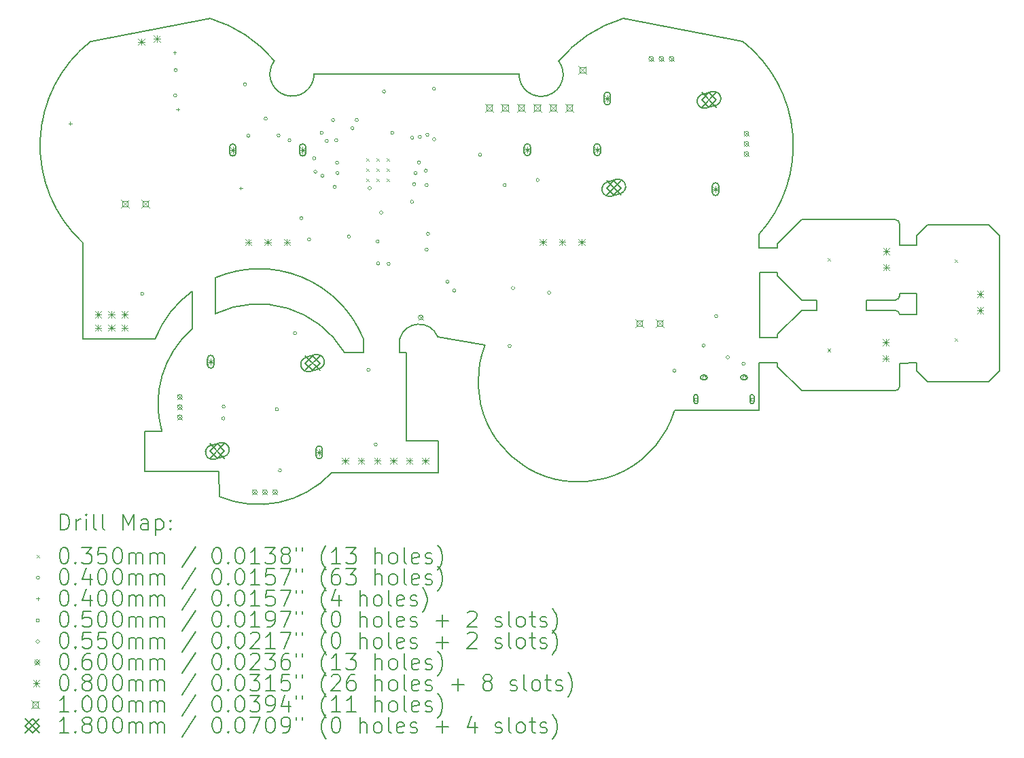
<source format=gbr>
%TF.GenerationSoftware,KiCad,Pcbnew,(6.0.8)*%
%TF.CreationDate,2023-07-21T17:03:27-07:00*%
%TF.ProjectId,jesnet_proto_1,6a65736e-6574-45f7-9072-6f746f5f312e,rev?*%
%TF.SameCoordinates,Original*%
%TF.FileFunction,Drillmap*%
%TF.FilePolarity,Positive*%
%FSLAX45Y45*%
G04 Gerber Fmt 4.5, Leading zero omitted, Abs format (unit mm)*
G04 Created by KiCad (PCBNEW (6.0.8)) date 2023-07-21 17:03:27*
%MOMM*%
%LPD*%
G01*
G04 APERTURE LIST*
%ADD10C,0.130000*%
%ADD11C,0.200000*%
%ADD12C,0.035000*%
%ADD13C,0.040000*%
%ADD14C,0.050000*%
%ADD15C,0.055000*%
%ADD16C,0.060000*%
%ADD17C,0.080000*%
%ADD18C,0.100000*%
%ADD19C,0.180000*%
G04 APERTURE END LIST*
D10*
X7977614Y-7821706D02*
X7978537Y-8134296D01*
X11291783Y-6245753D02*
G75*
G03*
X13651976Y-7063358I1162920J-458386D01*
G01*
X16671000Y-4882000D02*
X16670000Y-5001000D01*
X14936000Y-6115000D02*
X14936000Y-6155000D01*
X16406000Y-5815000D02*
X16039000Y-5815000D01*
X14707117Y-4863358D02*
G75*
G03*
X14498546Y-2458215I-1225000J1105385D01*
G01*
X14936000Y-6467000D02*
X14936000Y-6515000D01*
X8666582Y-2703670D02*
G75*
G03*
X7869617Y-2176973I-1269262J-1054260D01*
G01*
X9160866Y-2866973D02*
X11715025Y-2866973D01*
X14936000Y-5384000D02*
X15236000Y-5684000D01*
X6380894Y-2458256D02*
X7869617Y-2176973D01*
X15236000Y-6815000D02*
X16406000Y-6815000D01*
X6277417Y-6169673D02*
X6277417Y-4969673D01*
X9775758Y-6169673D02*
X9777000Y-6341000D01*
X7182000Y-6169673D02*
X6277417Y-6169673D01*
X14936000Y-4984000D02*
X14936000Y-5036000D01*
X10700684Y-6141523D02*
G75*
G03*
X10228846Y-6169673I-231064J-95447D01*
G01*
X10307386Y-7841000D02*
X10707386Y-7841000D01*
X16456000Y-4734000D02*
G75*
G03*
X16406000Y-4684000I-50000J0D01*
G01*
X11291784Y-6245753D02*
X10700679Y-6141525D01*
X16671000Y-4882000D02*
X16801000Y-4752000D01*
X15236000Y-5684000D02*
X15422000Y-5684000D01*
X17701000Y-6572000D02*
X17571000Y-6702000D01*
X15422000Y-5684000D02*
X15422000Y-5815000D01*
X7642000Y-6046000D02*
G75*
G03*
X7264924Y-7321706I812691J-933798D01*
G01*
X14936000Y-5341000D02*
X14710000Y-5341000D01*
X7978537Y-8134296D02*
G75*
G03*
X9378829Y-7841000I490000J1149957D01*
G01*
X11715025Y-2866973D02*
G75*
G03*
X12209930Y-2707240I274948J-5323D01*
G01*
X13009822Y-2177010D02*
G75*
G03*
X12209930Y-2707240I472298J-1580960D01*
G01*
X14936000Y-5341000D02*
X14936000Y-5384000D01*
X16456500Y-5005000D02*
X16456000Y-4734000D01*
X15236000Y-5815000D02*
X15422000Y-5815000D01*
X9777000Y-6341000D02*
X9540271Y-6341000D01*
X16406000Y-4684000D02*
X15236000Y-4684000D01*
X14936000Y-6115000D02*
X15236000Y-5815000D01*
X7642000Y-5577000D02*
X7642000Y-6046000D01*
X6380894Y-2458256D02*
G75*
G03*
X6277417Y-4969673I1016395J-1299718D01*
G01*
X8666584Y-2703668D02*
G75*
G03*
X9160866Y-2866973I219297J-165932D01*
G01*
X16039000Y-5684000D02*
X16406000Y-5684000D01*
X7047614Y-7321706D02*
X7047614Y-7821706D01*
X9775757Y-6169673D02*
G75*
G03*
X7930000Y-5408000I-1296729J-525113D01*
G01*
X10707386Y-7841000D02*
X10707386Y-7441000D01*
X17571000Y-4752000D02*
X17701000Y-4882000D01*
X16671000Y-6470000D02*
X16671000Y-6572000D01*
X10707386Y-7441000D02*
X10307386Y-7441000D01*
X10229000Y-6343000D02*
X10307386Y-6341000D01*
X9378829Y-7841000D02*
X10307386Y-7841000D01*
X16456000Y-5865000D02*
G75*
G03*
X16406000Y-5815000I-50000J0D01*
G01*
X17571000Y-4752000D02*
X16801000Y-4752000D01*
X16456500Y-5005000D02*
X16670000Y-5001000D01*
X7264924Y-7321706D02*
X7047614Y-7321706D01*
X14936000Y-6467000D02*
X14708000Y-6467000D01*
X16406000Y-5684000D02*
G75*
G03*
X16456000Y-5634000I0J50000D01*
G01*
X16406000Y-6815000D02*
G75*
G03*
X16456000Y-6765000I0J50000D01*
G01*
X14936000Y-6155000D02*
X14711000Y-6155000D01*
X7930000Y-5408000D02*
X7930000Y-5856000D01*
X14708000Y-6467000D02*
X14707117Y-7063358D01*
X16801000Y-6702000D02*
X17571000Y-6702000D01*
X16456000Y-6765000D02*
X16456000Y-6472000D01*
X14936000Y-6515000D02*
X15236000Y-6815000D01*
X10228846Y-6169673D02*
X10229000Y-6343000D01*
X9540270Y-6341001D02*
G75*
G03*
X7930000Y-5856000I-1071970J-643429D01*
G01*
X16801000Y-6702000D02*
X16671000Y-6572000D01*
X13009823Y-2177012D02*
X14498546Y-2458215D01*
X14936000Y-4984000D02*
X15236000Y-4684000D01*
X16668000Y-5603000D02*
X16668000Y-5865000D01*
X14936000Y-5036000D02*
X14707000Y-5037000D01*
X7047614Y-7821706D02*
X7977614Y-7821706D01*
X14710000Y-5341000D02*
X14711000Y-6155000D01*
X16456000Y-5603000D02*
X16668000Y-5603000D01*
X16456000Y-6472000D02*
X16671000Y-6470000D01*
X16456000Y-5603000D02*
X16456000Y-5634000D01*
X10307386Y-7441000D02*
X10307386Y-6341000D01*
X14707117Y-7063358D02*
X13651976Y-7063358D01*
X17701000Y-6572000D02*
X17701000Y-4882000D01*
X16456000Y-5865000D02*
X16668000Y-5865000D01*
X7642000Y-5577000D02*
G75*
G03*
X7182000Y-6169673I770410J-1072800D01*
G01*
X16039000Y-5684000D02*
X16039000Y-5815000D01*
X14707000Y-5037000D02*
X14707117Y-4863358D01*
D11*
D12*
X9809000Y-3915000D02*
X9844000Y-3950000D01*
X9844000Y-3915000D02*
X9809000Y-3950000D01*
X9809000Y-4042500D02*
X9844000Y-4077500D01*
X9844000Y-4042500D02*
X9809000Y-4077500D01*
X9809000Y-4170000D02*
X9844000Y-4205000D01*
X9844000Y-4170000D02*
X9809000Y-4205000D01*
X9936500Y-3915000D02*
X9971500Y-3950000D01*
X9971500Y-3915000D02*
X9936500Y-3950000D01*
X9936500Y-4042500D02*
X9971500Y-4077500D01*
X9971500Y-4042500D02*
X9936500Y-4077500D01*
X9936500Y-4170000D02*
X9971500Y-4205000D01*
X9971500Y-4170000D02*
X9936500Y-4205000D01*
X10064000Y-3915000D02*
X10099000Y-3950000D01*
X10099000Y-3915000D02*
X10064000Y-3950000D01*
X10064000Y-4042500D02*
X10099000Y-4077500D01*
X10099000Y-4042500D02*
X10064000Y-4077500D01*
X10064000Y-4170000D02*
X10099000Y-4205000D01*
X10099000Y-4170000D02*
X10064000Y-4205000D01*
X15558500Y-6292500D02*
X15593500Y-6327500D01*
X15593500Y-6292500D02*
X15558500Y-6327500D01*
X15559500Y-5159500D02*
X15594500Y-5194500D01*
X15594500Y-5159500D02*
X15559500Y-5194500D01*
X17144500Y-5179500D02*
X17179500Y-5214500D01*
X17179500Y-5179500D02*
X17144500Y-5214500D01*
X17145500Y-6163500D02*
X17180500Y-6198500D01*
X17180500Y-6163500D02*
X17145500Y-6198500D01*
D13*
X7040000Y-5606000D02*
G75*
G03*
X7040000Y-5606000I-20000J0D01*
G01*
X7451000Y-3134000D02*
G75*
G03*
X7451000Y-3134000I-20000J0D01*
G01*
X7458000Y-2819000D02*
G75*
G03*
X7458000Y-2819000I-20000J0D01*
G01*
X8050000Y-7161000D02*
G75*
G03*
X8050000Y-7161000I-20000J0D01*
G01*
X8054500Y-7015000D02*
G75*
G03*
X8054500Y-7015000I-20000J0D01*
G01*
X8320000Y-2998000D02*
G75*
G03*
X8320000Y-2998000I-20000J0D01*
G01*
X8362000Y-3637000D02*
G75*
G03*
X8362000Y-3637000I-20000J0D01*
G01*
X8578000Y-3425450D02*
G75*
G03*
X8578000Y-3425450I-20000J0D01*
G01*
X8718000Y-7047000D02*
G75*
G03*
X8718000Y-7047000I-20000J0D01*
G01*
X8739000Y-3634000D02*
G75*
G03*
X8739000Y-3634000I-20000J0D01*
G01*
X8755000Y-7811000D02*
G75*
G03*
X8755000Y-7811000I-20000J0D01*
G01*
X8875000Y-3694000D02*
G75*
G03*
X8875000Y-3694000I-20000J0D01*
G01*
X8944500Y-6099000D02*
G75*
G03*
X8944500Y-6099000I-20000J0D01*
G01*
X9022000Y-4664000D02*
G75*
G03*
X9022000Y-4664000I-20000J0D01*
G01*
X9119000Y-4931000D02*
G75*
G03*
X9119000Y-4931000I-20000J0D01*
G01*
X9183000Y-3918550D02*
G75*
G03*
X9183000Y-3918550I-20000J0D01*
G01*
X9197659Y-4086659D02*
G75*
G03*
X9197659Y-4086659I-20000J0D01*
G01*
X9275550Y-3602000D02*
G75*
G03*
X9275550Y-3602000I-20000J0D01*
G01*
X9286000Y-4137000D02*
G75*
G03*
X9286000Y-4137000I-20000J0D01*
G01*
X9338000Y-3704000D02*
G75*
G03*
X9338000Y-3704000I-20000J0D01*
G01*
X9418000Y-3443000D02*
G75*
G03*
X9418000Y-3443000I-20000J0D01*
G01*
X9438000Y-4275000D02*
G75*
G03*
X9438000Y-4275000I-20000J0D01*
G01*
X9457000Y-3694000D02*
G75*
G03*
X9457000Y-3694000I-20000J0D01*
G01*
X9468000Y-3974000D02*
G75*
G03*
X9468000Y-3974000I-20000J0D01*
G01*
X9473000Y-4102450D02*
G75*
G03*
X9473000Y-4102450I-20000J0D01*
G01*
X9614000Y-4894000D02*
G75*
G03*
X9614000Y-4894000I-20000J0D01*
G01*
X9660000Y-3545000D02*
G75*
G03*
X9660000Y-3545000I-20000J0D01*
G01*
X9713000Y-3442000D02*
G75*
G03*
X9713000Y-3442000I-20000J0D01*
G01*
X9859000Y-6555000D02*
G75*
G03*
X9859000Y-6555000I-20000J0D01*
G01*
X9873000Y-4291000D02*
G75*
G03*
X9873000Y-4291000I-20000J0D01*
G01*
X9949500Y-7487000D02*
G75*
G03*
X9949500Y-7487000I-20000J0D01*
G01*
X9972000Y-4956000D02*
G75*
G03*
X9972000Y-4956000I-20000J0D01*
G01*
X9979000Y-5230000D02*
G75*
G03*
X9979000Y-5230000I-20000J0D01*
G01*
X10017000Y-4595000D02*
G75*
G03*
X10017000Y-4595000I-20000J0D01*
G01*
X10053000Y-3087000D02*
G75*
G03*
X10053000Y-3087000I-20000J0D01*
G01*
X10110000Y-5233000D02*
G75*
G03*
X10110000Y-5233000I-20000J0D01*
G01*
X10156000Y-3600000D02*
G75*
G03*
X10156000Y-3600000I-20000J0D01*
G01*
X10401000Y-4461000D02*
G75*
G03*
X10401000Y-4461000I-20000J0D01*
G01*
X10404883Y-3663549D02*
G75*
G03*
X10404883Y-3663549I-20000J0D01*
G01*
X10428000Y-4242000D02*
G75*
G03*
X10428000Y-4242000I-20000J0D01*
G01*
X10445550Y-4102450D02*
G75*
G03*
X10445550Y-4102450I-20000J0D01*
G01*
X10487372Y-3970372D02*
G75*
G03*
X10487372Y-3970372I-20000J0D01*
G01*
X10499000Y-3651000D02*
G75*
G03*
X10499000Y-3651000I-20000J0D01*
G01*
X10574000Y-4072000D02*
G75*
G03*
X10574000Y-4072000I-20000J0D01*
G01*
X10584000Y-4253000D02*
G75*
G03*
X10584000Y-4253000I-20000J0D01*
G01*
X10584000Y-5057000D02*
G75*
G03*
X10584000Y-5057000I-20000J0D01*
G01*
X10593000Y-3625000D02*
G75*
G03*
X10593000Y-3625000I-20000J0D01*
G01*
X10601000Y-4860000D02*
G75*
G03*
X10601000Y-4860000I-20000J0D01*
G01*
X10674000Y-3051000D02*
G75*
G03*
X10674000Y-3051000I-20000J0D01*
G01*
X10677000Y-3682000D02*
G75*
G03*
X10677000Y-3682000I-20000J0D01*
G01*
X10842000Y-5458000D02*
G75*
G03*
X10842000Y-5458000I-20000J0D01*
G01*
X10929000Y-5568000D02*
G75*
G03*
X10929000Y-5568000I-20000J0D01*
G01*
X11248500Y-3874500D02*
G75*
G03*
X11248500Y-3874500I-20000J0D01*
G01*
X11555000Y-4252000D02*
G75*
G03*
X11555000Y-4252000I-20000J0D01*
G01*
X11618000Y-6257000D02*
G75*
G03*
X11618000Y-6257000I-20000J0D01*
G01*
X11660000Y-5537000D02*
G75*
G03*
X11660000Y-5537000I-20000J0D01*
G01*
X11967000Y-4190000D02*
G75*
G03*
X11967000Y-4190000I-20000J0D01*
G01*
X12110000Y-5594000D02*
G75*
G03*
X12110000Y-5594000I-20000J0D01*
G01*
X13672000Y-6568000D02*
G75*
G03*
X13672000Y-6568000I-20000J0D01*
G01*
X14033000Y-6254000D02*
G75*
G03*
X14033000Y-6254000I-20000J0D01*
G01*
X14191000Y-5885000D02*
G75*
G03*
X14191000Y-5885000I-20000J0D01*
G01*
X14336000Y-6398000D02*
G75*
G03*
X14336000Y-6398000I-20000J0D01*
G01*
X14532000Y-6478000D02*
G75*
G03*
X14532000Y-6478000I-20000J0D01*
G01*
X6123844Y-3464075D02*
X6123844Y-3504075D01*
X6103844Y-3484075D02*
X6143844Y-3484075D01*
X7423000Y-2581000D02*
X7423000Y-2621000D01*
X7403000Y-2601000D02*
X7443000Y-2601000D01*
X7464000Y-3289000D02*
X7464000Y-3329000D01*
X7444000Y-3309000D02*
X7484000Y-3309000D01*
X8247000Y-4272000D02*
X8247000Y-4312000D01*
X8227000Y-4292000D02*
X8267000Y-4292000D01*
D14*
X13935678Y-6938678D02*
X13935678Y-6903322D01*
X13900322Y-6903322D01*
X13900322Y-6938678D01*
X13935678Y-6938678D01*
D11*
X13893000Y-6888500D02*
X13893000Y-6953500D01*
X13943000Y-6888500D02*
X13943000Y-6953500D01*
X13893000Y-6953500D02*
G75*
G03*
X13943000Y-6953500I25000J0D01*
G01*
X13943000Y-6888500D02*
G75*
G03*
X13893000Y-6888500I-25000J0D01*
G01*
D14*
X14635678Y-6938678D02*
X14635678Y-6903322D01*
X14600322Y-6903322D01*
X14600322Y-6938678D01*
X14635678Y-6938678D01*
D11*
X14593000Y-6888500D02*
X14593000Y-6953500D01*
X14643000Y-6888500D02*
X14643000Y-6953500D01*
X14593000Y-6953500D02*
G75*
G03*
X14643000Y-6953500I25000J0D01*
G01*
X14643000Y-6888500D02*
G75*
G03*
X14593000Y-6888500I-25000J0D01*
G01*
D15*
X14018000Y-6678500D02*
X14045500Y-6651000D01*
X14018000Y-6623500D01*
X13990500Y-6651000D01*
X14018000Y-6678500D01*
D11*
X14003000Y-6678500D02*
X14033000Y-6678500D01*
X14003000Y-6623500D02*
X14033000Y-6623500D01*
X14033000Y-6678500D02*
G75*
G03*
X14033000Y-6623500I0J27500D01*
G01*
X14003000Y-6623500D02*
G75*
G03*
X14003000Y-6678500I0J-27500D01*
G01*
D15*
X14518000Y-6678500D02*
X14545500Y-6651000D01*
X14518000Y-6623500D01*
X14490500Y-6651000D01*
X14518000Y-6678500D01*
D11*
X14503000Y-6678500D02*
X14533000Y-6678500D01*
X14503000Y-6623500D02*
X14533000Y-6623500D01*
X14533000Y-6678500D02*
G75*
G03*
X14533000Y-6623500I0J27500D01*
G01*
X14503000Y-6623500D02*
G75*
G03*
X14503000Y-6678500I0J-27500D01*
G01*
D16*
X7459000Y-6863000D02*
X7519000Y-6923000D01*
X7519000Y-6863000D02*
X7459000Y-6923000D01*
X7519000Y-6893000D02*
G75*
G03*
X7519000Y-6893000I-30000J0D01*
G01*
X7459000Y-6990000D02*
X7519000Y-7050000D01*
X7519000Y-6990000D02*
X7459000Y-7050000D01*
X7519000Y-7020000D02*
G75*
G03*
X7519000Y-7020000I-30000J0D01*
G01*
X7459000Y-7117000D02*
X7519000Y-7177000D01*
X7519000Y-7117000D02*
X7459000Y-7177000D01*
X7519000Y-7147000D02*
G75*
G03*
X7519000Y-7147000I-30000J0D01*
G01*
X8392000Y-8050000D02*
X8452000Y-8110000D01*
X8452000Y-8050000D02*
X8392000Y-8110000D01*
X8452000Y-8080000D02*
G75*
G03*
X8452000Y-8080000I-30000J0D01*
G01*
X8519000Y-8050000D02*
X8579000Y-8110000D01*
X8579000Y-8050000D02*
X8519000Y-8110000D01*
X8579000Y-8080000D02*
G75*
G03*
X8579000Y-8080000I-30000J0D01*
G01*
X8646000Y-8050000D02*
X8706000Y-8110000D01*
X8706000Y-8050000D02*
X8646000Y-8110000D01*
X8706000Y-8080000D02*
G75*
G03*
X8706000Y-8080000I-30000J0D01*
G01*
X10460000Y-5873000D02*
X10520000Y-5933000D01*
X10520000Y-5873000D02*
X10460000Y-5933000D01*
X10520000Y-5903000D02*
G75*
G03*
X10520000Y-5903000I-30000J0D01*
G01*
X13332000Y-2649000D02*
X13392000Y-2709000D01*
X13392000Y-2649000D02*
X13332000Y-2709000D01*
X13392000Y-2679000D02*
G75*
G03*
X13392000Y-2679000I-30000J0D01*
G01*
X13459000Y-2649000D02*
X13519000Y-2709000D01*
X13519000Y-2649000D02*
X13459000Y-2709000D01*
X13519000Y-2679000D02*
G75*
G03*
X13519000Y-2679000I-30000J0D01*
G01*
X13586000Y-2649000D02*
X13646000Y-2709000D01*
X13646000Y-2649000D02*
X13586000Y-2709000D01*
X13646000Y-2679000D02*
G75*
G03*
X13646000Y-2679000I-30000J0D01*
G01*
X14519000Y-3582000D02*
X14579000Y-3642000D01*
X14579000Y-3582000D02*
X14519000Y-3642000D01*
X14579000Y-3612000D02*
G75*
G03*
X14579000Y-3612000I-30000J0D01*
G01*
X14519000Y-3709000D02*
X14579000Y-3769000D01*
X14579000Y-3709000D02*
X14519000Y-3769000D01*
X14579000Y-3739000D02*
G75*
G03*
X14579000Y-3739000I-30000J0D01*
G01*
X14519000Y-3836000D02*
X14579000Y-3896000D01*
X14579000Y-3836000D02*
X14519000Y-3896000D01*
X14579000Y-3866000D02*
G75*
G03*
X14579000Y-3866000I-30000J0D01*
G01*
D17*
X6431300Y-5827400D02*
X6511300Y-5907400D01*
X6511300Y-5827400D02*
X6431300Y-5907400D01*
X6471300Y-5827400D02*
X6471300Y-5907400D01*
X6431300Y-5867400D02*
X6511300Y-5867400D01*
X6431300Y-5992500D02*
X6511300Y-6072500D01*
X6511300Y-5992500D02*
X6431300Y-6072500D01*
X6471300Y-5992500D02*
X6471300Y-6072500D01*
X6431300Y-6032500D02*
X6511300Y-6032500D01*
X6596400Y-5827400D02*
X6676400Y-5907400D01*
X6676400Y-5827400D02*
X6596400Y-5907400D01*
X6636400Y-5827400D02*
X6636400Y-5907400D01*
X6596400Y-5867400D02*
X6676400Y-5867400D01*
X6596400Y-5992500D02*
X6676400Y-6072500D01*
X6676400Y-5992500D02*
X6596400Y-6072500D01*
X6636400Y-5992500D02*
X6636400Y-6072500D01*
X6596400Y-6032500D02*
X6676400Y-6032500D01*
X6761500Y-5827400D02*
X6841500Y-5907400D01*
X6841500Y-5827400D02*
X6761500Y-5907400D01*
X6801500Y-5827400D02*
X6801500Y-5907400D01*
X6761500Y-5867400D02*
X6841500Y-5867400D01*
X6761500Y-5992500D02*
X6841500Y-6072500D01*
X6841500Y-5992500D02*
X6761500Y-6072500D01*
X6801500Y-5992500D02*
X6801500Y-6072500D01*
X6761500Y-6032500D02*
X6841500Y-6032500D01*
X6967490Y-2428311D02*
X7047490Y-2508311D01*
X7047490Y-2428311D02*
X6967490Y-2508311D01*
X7007490Y-2428311D02*
X7007490Y-2508311D01*
X6967490Y-2468311D02*
X7047490Y-2468311D01*
X7163119Y-2386729D02*
X7243119Y-2466729D01*
X7243119Y-2386729D02*
X7163119Y-2466729D01*
X7203119Y-2386729D02*
X7203119Y-2466729D01*
X7163119Y-2426729D02*
X7243119Y-2426729D01*
X7834000Y-6415000D02*
X7914000Y-6495000D01*
X7914000Y-6415000D02*
X7834000Y-6495000D01*
X7874000Y-6415000D02*
X7874000Y-6495000D01*
X7834000Y-6455000D02*
X7914000Y-6455000D01*
D11*
X7834000Y-6415000D02*
X7834000Y-6495000D01*
X7914000Y-6415000D02*
X7914000Y-6495000D01*
X7834000Y-6495000D02*
G75*
G03*
X7914000Y-6495000I40000J0D01*
G01*
X7914000Y-6415000D02*
G75*
G03*
X7834000Y-6415000I-40000J0D01*
G01*
D17*
X8108000Y-3775500D02*
X8188000Y-3855500D01*
X8188000Y-3775500D02*
X8108000Y-3855500D01*
X8148000Y-3775500D02*
X8148000Y-3855500D01*
X8108000Y-3815500D02*
X8188000Y-3815500D01*
D11*
X8108000Y-3780500D02*
X8108000Y-3850500D01*
X8188000Y-3780500D02*
X8188000Y-3850500D01*
X8108000Y-3850500D02*
G75*
G03*
X8188000Y-3850500I40000J0D01*
G01*
X8188000Y-3780500D02*
G75*
G03*
X8108000Y-3780500I-40000J0D01*
G01*
D17*
X8303000Y-4925500D02*
X8383000Y-5005500D01*
X8383000Y-4925500D02*
X8303000Y-5005500D01*
X8343000Y-4925500D02*
X8343000Y-5005500D01*
X8303000Y-4965500D02*
X8383000Y-4965500D01*
X8543000Y-4925500D02*
X8623000Y-5005500D01*
X8623000Y-4925500D02*
X8543000Y-5005500D01*
X8583000Y-4925500D02*
X8583000Y-5005500D01*
X8543000Y-4965500D02*
X8623000Y-4965500D01*
X8783000Y-4925500D02*
X8863000Y-5005500D01*
X8863000Y-4925500D02*
X8783000Y-5005500D01*
X8823000Y-4925500D02*
X8823000Y-5005500D01*
X8783000Y-4965500D02*
X8863000Y-4965500D01*
X8978000Y-3775500D02*
X9058000Y-3855500D01*
X9058000Y-3775500D02*
X8978000Y-3855500D01*
X9018000Y-3775500D02*
X9018000Y-3855500D01*
X8978000Y-3815500D02*
X9058000Y-3815500D01*
D11*
X8978000Y-3780500D02*
X8978000Y-3850500D01*
X9058000Y-3780500D02*
X9058000Y-3850500D01*
X8978000Y-3850500D02*
G75*
G03*
X9058000Y-3850500I40000J0D01*
G01*
X9058000Y-3780500D02*
G75*
G03*
X8978000Y-3780500I-40000J0D01*
G01*
D17*
X9184000Y-7545000D02*
X9264000Y-7625000D01*
X9264000Y-7545000D02*
X9184000Y-7625000D01*
X9224000Y-7545000D02*
X9224000Y-7625000D01*
X9184000Y-7585000D02*
X9264000Y-7585000D01*
D11*
X9184000Y-7545000D02*
X9184000Y-7625000D01*
X9264000Y-7545000D02*
X9264000Y-7625000D01*
X9184000Y-7625000D02*
G75*
G03*
X9264000Y-7625000I40000J0D01*
G01*
X9264000Y-7545000D02*
G75*
G03*
X9184000Y-7545000I-40000J0D01*
G01*
D17*
X9509500Y-7650000D02*
X9589500Y-7730000D01*
X9589500Y-7650000D02*
X9509500Y-7730000D01*
X9549500Y-7650000D02*
X9549500Y-7730000D01*
X9509500Y-7690000D02*
X9589500Y-7690000D01*
X9709500Y-7650000D02*
X9789500Y-7730000D01*
X9789500Y-7650000D02*
X9709500Y-7730000D01*
X9749500Y-7650000D02*
X9749500Y-7730000D01*
X9709500Y-7690000D02*
X9789500Y-7690000D01*
X9909500Y-7650000D02*
X9989500Y-7730000D01*
X9989500Y-7650000D02*
X9909500Y-7730000D01*
X9949500Y-7650000D02*
X9949500Y-7730000D01*
X9909500Y-7690000D02*
X9989500Y-7690000D01*
X10109500Y-7650000D02*
X10189500Y-7730000D01*
X10189500Y-7650000D02*
X10109500Y-7730000D01*
X10149500Y-7650000D02*
X10149500Y-7730000D01*
X10109500Y-7690000D02*
X10189500Y-7690000D01*
X10309500Y-7650000D02*
X10389500Y-7730000D01*
X10389500Y-7650000D02*
X10309500Y-7730000D01*
X10349500Y-7650000D02*
X10349500Y-7730000D01*
X10309500Y-7690000D02*
X10389500Y-7690000D01*
X10509500Y-7650000D02*
X10589500Y-7730000D01*
X10589500Y-7650000D02*
X10509500Y-7730000D01*
X10549500Y-7650000D02*
X10549500Y-7730000D01*
X10509500Y-7690000D02*
X10589500Y-7690000D01*
X11779000Y-3772500D02*
X11859000Y-3852500D01*
X11859000Y-3772500D02*
X11779000Y-3852500D01*
X11819000Y-3772500D02*
X11819000Y-3852500D01*
X11779000Y-3812500D02*
X11859000Y-3812500D01*
D11*
X11779000Y-3777500D02*
X11779000Y-3847500D01*
X11859000Y-3777500D02*
X11859000Y-3847500D01*
X11779000Y-3847500D02*
G75*
G03*
X11859000Y-3847500I40000J0D01*
G01*
X11859000Y-3777500D02*
G75*
G03*
X11779000Y-3777500I-40000J0D01*
G01*
D17*
X11974000Y-4922500D02*
X12054000Y-5002500D01*
X12054000Y-4922500D02*
X11974000Y-5002500D01*
X12014000Y-4922500D02*
X12014000Y-5002500D01*
X11974000Y-4962500D02*
X12054000Y-4962500D01*
X12214000Y-4922500D02*
X12294000Y-5002500D01*
X12294000Y-4922500D02*
X12214000Y-5002500D01*
X12254000Y-4922500D02*
X12254000Y-5002500D01*
X12214000Y-4962500D02*
X12294000Y-4962500D01*
X12454000Y-4922500D02*
X12534000Y-5002500D01*
X12534000Y-4922500D02*
X12454000Y-5002500D01*
X12494000Y-4922500D02*
X12494000Y-5002500D01*
X12454000Y-4962500D02*
X12534000Y-4962500D01*
X12649000Y-3772500D02*
X12729000Y-3852500D01*
X12729000Y-3772500D02*
X12649000Y-3852500D01*
X12689000Y-3772500D02*
X12689000Y-3852500D01*
X12649000Y-3812500D02*
X12729000Y-3812500D01*
D11*
X12649000Y-3777500D02*
X12649000Y-3847500D01*
X12729000Y-3777500D02*
X12729000Y-3847500D01*
X12649000Y-3847500D02*
G75*
G03*
X12729000Y-3847500I40000J0D01*
G01*
X12729000Y-3777500D02*
G75*
G03*
X12649000Y-3777500I-40000J0D01*
G01*
D17*
X12774000Y-3134000D02*
X12854000Y-3214000D01*
X12854000Y-3134000D02*
X12774000Y-3214000D01*
X12814000Y-3134000D02*
X12814000Y-3214000D01*
X12774000Y-3174000D02*
X12854000Y-3174000D01*
D11*
X12854000Y-3214000D02*
X12854000Y-3134000D01*
X12774000Y-3214000D02*
X12774000Y-3134000D01*
X12854000Y-3134000D02*
G75*
G03*
X12774000Y-3134000I-40000J0D01*
G01*
X12774000Y-3214000D02*
G75*
G03*
X12854000Y-3214000I40000J0D01*
G01*
D17*
X14124000Y-4264000D02*
X14204000Y-4344000D01*
X14204000Y-4264000D02*
X14124000Y-4344000D01*
X14164000Y-4264000D02*
X14164000Y-4344000D01*
X14124000Y-4304000D02*
X14204000Y-4304000D01*
D11*
X14204000Y-4344000D02*
X14204000Y-4264000D01*
X14124000Y-4344000D02*
X14124000Y-4264000D01*
X14204000Y-4264000D02*
G75*
G03*
X14124000Y-4264000I-40000J0D01*
G01*
X14124000Y-4344000D02*
G75*
G03*
X14204000Y-4344000I40000J0D01*
G01*
D17*
X16245000Y-6173000D02*
X16325000Y-6253000D01*
X16325000Y-6173000D02*
X16245000Y-6253000D01*
X16285000Y-6173000D02*
X16285000Y-6253000D01*
X16245000Y-6213000D02*
X16325000Y-6213000D01*
X16245000Y-6373000D02*
X16325000Y-6453000D01*
X16325000Y-6373000D02*
X16245000Y-6453000D01*
X16285000Y-6373000D02*
X16285000Y-6453000D01*
X16245000Y-6413000D02*
X16325000Y-6413000D01*
X16252000Y-5038000D02*
X16332000Y-5118000D01*
X16332000Y-5038000D02*
X16252000Y-5118000D01*
X16292000Y-5038000D02*
X16292000Y-5118000D01*
X16252000Y-5078000D02*
X16332000Y-5078000D01*
X16252000Y-5238000D02*
X16332000Y-5318000D01*
X16332000Y-5238000D02*
X16252000Y-5318000D01*
X16292000Y-5238000D02*
X16292000Y-5318000D01*
X16252000Y-5278000D02*
X16332000Y-5278000D01*
X17422000Y-5573500D02*
X17502000Y-5653500D01*
X17502000Y-5573500D02*
X17422000Y-5653500D01*
X17462000Y-5573500D02*
X17462000Y-5653500D01*
X17422000Y-5613500D02*
X17502000Y-5613500D01*
X17422000Y-5773500D02*
X17502000Y-5853500D01*
X17502000Y-5773500D02*
X17422000Y-5853500D01*
X17462000Y-5773500D02*
X17462000Y-5853500D01*
X17422000Y-5813500D02*
X17502000Y-5813500D01*
D18*
X6756000Y-4438000D02*
X6856000Y-4538000D01*
X6856000Y-4438000D02*
X6756000Y-4538000D01*
X6841356Y-4523356D02*
X6841356Y-4452644D01*
X6770644Y-4452644D01*
X6770644Y-4523356D01*
X6841356Y-4523356D01*
X7010000Y-4438000D02*
X7110000Y-4538000D01*
X7110000Y-4438000D02*
X7010000Y-4538000D01*
X7095356Y-4523356D02*
X7095356Y-4452644D01*
X7024644Y-4452644D01*
X7024644Y-4523356D01*
X7095356Y-4523356D01*
X11292000Y-3239000D02*
X11392000Y-3339000D01*
X11392000Y-3239000D02*
X11292000Y-3339000D01*
X11377356Y-3324356D02*
X11377356Y-3253644D01*
X11306644Y-3253644D01*
X11306644Y-3324356D01*
X11377356Y-3324356D01*
X11492000Y-3239000D02*
X11592000Y-3339000D01*
X11592000Y-3239000D02*
X11492000Y-3339000D01*
X11577356Y-3324356D02*
X11577356Y-3253644D01*
X11506644Y-3253644D01*
X11506644Y-3324356D01*
X11577356Y-3324356D01*
X11692000Y-3239000D02*
X11792000Y-3339000D01*
X11792000Y-3239000D02*
X11692000Y-3339000D01*
X11777356Y-3324356D02*
X11777356Y-3253644D01*
X11706644Y-3253644D01*
X11706644Y-3324356D01*
X11777356Y-3324356D01*
X11892000Y-3239000D02*
X11992000Y-3339000D01*
X11992000Y-3239000D02*
X11892000Y-3339000D01*
X11977356Y-3324356D02*
X11977356Y-3253644D01*
X11906644Y-3253644D01*
X11906644Y-3324356D01*
X11977356Y-3324356D01*
X12092000Y-3239000D02*
X12192000Y-3339000D01*
X12192000Y-3239000D02*
X12092000Y-3339000D01*
X12177356Y-3324356D02*
X12177356Y-3253644D01*
X12106644Y-3253644D01*
X12106644Y-3324356D01*
X12177356Y-3324356D01*
X12292000Y-3239000D02*
X12392000Y-3339000D01*
X12392000Y-3239000D02*
X12292000Y-3339000D01*
X12377356Y-3324356D02*
X12377356Y-3253644D01*
X12306644Y-3253644D01*
X12306644Y-3324356D01*
X12377356Y-3324356D01*
X12457000Y-2768000D02*
X12557000Y-2868000D01*
X12557000Y-2768000D02*
X12457000Y-2868000D01*
X12542356Y-2853356D02*
X12542356Y-2782644D01*
X12471644Y-2782644D01*
X12471644Y-2853356D01*
X12542356Y-2853356D01*
X13165500Y-5928000D02*
X13265500Y-6028000D01*
X13265500Y-5928000D02*
X13165500Y-6028000D01*
X13250856Y-6013356D02*
X13250856Y-5942644D01*
X13180144Y-5942644D01*
X13180144Y-6013356D01*
X13250856Y-6013356D01*
X13419500Y-5928000D02*
X13519500Y-6028000D01*
X13519500Y-5928000D02*
X13419500Y-6028000D01*
X13504856Y-6013356D02*
X13504856Y-5942644D01*
X13434144Y-5942644D01*
X13434144Y-6013356D01*
X13504856Y-6013356D01*
D19*
X7866000Y-7478000D02*
X8046000Y-7658000D01*
X8046000Y-7478000D02*
X7866000Y-7658000D01*
X7956000Y-7658000D02*
X8046000Y-7568000D01*
X7956000Y-7478000D01*
X7866000Y-7568000D01*
X7956000Y-7658000D01*
D11*
X7989587Y-7465180D02*
X7874007Y-7497451D01*
X8037992Y-7638549D02*
X7922413Y-7670820D01*
X7874007Y-7497451D02*
G75*
G03*
X7922413Y-7670820I24203J-86685D01*
G01*
X8037993Y-7638549D02*
G75*
G03*
X7989587Y-7465180I-24203J86685D01*
G01*
D19*
X9052000Y-6382000D02*
X9232000Y-6562000D01*
X9232000Y-6382000D02*
X9052000Y-6562000D01*
X9142000Y-6562000D02*
X9232000Y-6472000D01*
X9142000Y-6382000D01*
X9052000Y-6472000D01*
X9142000Y-6562000D01*
D11*
X9175587Y-6369180D02*
X9060008Y-6401451D01*
X9223993Y-6542549D02*
X9108413Y-6574820D01*
X9060007Y-6401451D02*
G75*
G03*
X9108413Y-6574820I24203J-86685D01*
G01*
X9223993Y-6542549D02*
G75*
G03*
X9175587Y-6369180I-24203J86685D01*
G01*
D19*
X12806000Y-4197000D02*
X12986000Y-4377000D01*
X12986000Y-4197000D02*
X12806000Y-4377000D01*
X12896000Y-4377000D02*
X12986000Y-4287000D01*
X12896000Y-4197000D01*
X12806000Y-4287000D01*
X12896000Y-4377000D01*
D11*
X12862413Y-4389820D02*
X12977992Y-4357549D01*
X12814007Y-4216451D02*
X12929587Y-4184180D01*
X12977993Y-4357549D02*
G75*
G03*
X12929587Y-4184180I-24203J86685D01*
G01*
X12814007Y-4216451D02*
G75*
G03*
X12862413Y-4389820I24203J-86685D01*
G01*
D19*
X13992000Y-3101000D02*
X14172000Y-3281000D01*
X14172000Y-3101000D02*
X13992000Y-3281000D01*
X14082000Y-3281000D02*
X14172000Y-3191000D01*
X14082000Y-3101000D01*
X13992000Y-3191000D01*
X14082000Y-3281000D01*
D11*
X14048413Y-3293820D02*
X14163992Y-3261549D01*
X14000007Y-3120451D02*
X14115587Y-3088180D01*
X14163993Y-3261549D02*
G75*
G03*
X14115587Y-3088180I-24203J86685D01*
G01*
X14000007Y-3120451D02*
G75*
G03*
X14048413Y-3293820I24203J-86685D01*
G01*
X5998461Y-8551315D02*
X5998461Y-8351315D01*
X6046080Y-8351315D01*
X6074651Y-8360839D01*
X6093699Y-8379887D01*
X6103222Y-8398934D01*
X6112746Y-8437030D01*
X6112746Y-8465601D01*
X6103222Y-8503696D01*
X6093699Y-8522744D01*
X6074651Y-8541791D01*
X6046080Y-8551315D01*
X5998461Y-8551315D01*
X6198461Y-8551315D02*
X6198461Y-8417982D01*
X6198461Y-8456077D02*
X6207984Y-8437030D01*
X6217508Y-8427506D01*
X6236556Y-8417982D01*
X6255603Y-8417982D01*
X6322270Y-8551315D02*
X6322270Y-8417982D01*
X6322270Y-8351315D02*
X6312746Y-8360839D01*
X6322270Y-8370363D01*
X6331794Y-8360839D01*
X6322270Y-8351315D01*
X6322270Y-8370363D01*
X6446080Y-8551315D02*
X6427032Y-8541791D01*
X6417508Y-8522744D01*
X6417508Y-8351315D01*
X6550842Y-8551315D02*
X6531794Y-8541791D01*
X6522270Y-8522744D01*
X6522270Y-8351315D01*
X6779413Y-8551315D02*
X6779413Y-8351315D01*
X6846080Y-8494172D01*
X6912746Y-8351315D01*
X6912746Y-8551315D01*
X7093699Y-8551315D02*
X7093699Y-8446553D01*
X7084175Y-8427506D01*
X7065127Y-8417982D01*
X7027032Y-8417982D01*
X7007984Y-8427506D01*
X7093699Y-8541791D02*
X7074651Y-8551315D01*
X7027032Y-8551315D01*
X7007984Y-8541791D01*
X6998461Y-8522744D01*
X6998461Y-8503696D01*
X7007984Y-8484649D01*
X7027032Y-8475125D01*
X7074651Y-8475125D01*
X7093699Y-8465601D01*
X7188937Y-8417982D02*
X7188937Y-8617982D01*
X7188937Y-8427506D02*
X7207984Y-8417982D01*
X7246080Y-8417982D01*
X7265127Y-8427506D01*
X7274651Y-8437030D01*
X7284175Y-8456077D01*
X7284175Y-8513220D01*
X7274651Y-8532268D01*
X7265127Y-8541791D01*
X7246080Y-8551315D01*
X7207984Y-8551315D01*
X7188937Y-8541791D01*
X7369889Y-8532268D02*
X7379413Y-8541791D01*
X7369889Y-8551315D01*
X7360365Y-8541791D01*
X7369889Y-8532268D01*
X7369889Y-8551315D01*
X7369889Y-8427506D02*
X7379413Y-8437030D01*
X7369889Y-8446553D01*
X7360365Y-8437030D01*
X7369889Y-8427506D01*
X7369889Y-8446553D01*
D12*
X5705842Y-8863339D02*
X5740842Y-8898339D01*
X5740842Y-8863339D02*
X5705842Y-8898339D01*
D11*
X6036556Y-8771315D02*
X6055603Y-8771315D01*
X6074651Y-8780839D01*
X6084175Y-8790363D01*
X6093699Y-8809411D01*
X6103222Y-8847506D01*
X6103222Y-8895125D01*
X6093699Y-8933220D01*
X6084175Y-8952268D01*
X6074651Y-8961791D01*
X6055603Y-8971315D01*
X6036556Y-8971315D01*
X6017508Y-8961791D01*
X6007984Y-8952268D01*
X5998461Y-8933220D01*
X5988937Y-8895125D01*
X5988937Y-8847506D01*
X5998461Y-8809411D01*
X6007984Y-8790363D01*
X6017508Y-8780839D01*
X6036556Y-8771315D01*
X6188937Y-8952268D02*
X6198461Y-8961791D01*
X6188937Y-8971315D01*
X6179413Y-8961791D01*
X6188937Y-8952268D01*
X6188937Y-8971315D01*
X6265127Y-8771315D02*
X6388937Y-8771315D01*
X6322270Y-8847506D01*
X6350842Y-8847506D01*
X6369889Y-8857030D01*
X6379413Y-8866553D01*
X6388937Y-8885601D01*
X6388937Y-8933220D01*
X6379413Y-8952268D01*
X6369889Y-8961791D01*
X6350842Y-8971315D01*
X6293699Y-8971315D01*
X6274651Y-8961791D01*
X6265127Y-8952268D01*
X6569889Y-8771315D02*
X6474651Y-8771315D01*
X6465127Y-8866553D01*
X6474651Y-8857030D01*
X6493699Y-8847506D01*
X6541318Y-8847506D01*
X6560365Y-8857030D01*
X6569889Y-8866553D01*
X6579413Y-8885601D01*
X6579413Y-8933220D01*
X6569889Y-8952268D01*
X6560365Y-8961791D01*
X6541318Y-8971315D01*
X6493699Y-8971315D01*
X6474651Y-8961791D01*
X6465127Y-8952268D01*
X6703222Y-8771315D02*
X6722270Y-8771315D01*
X6741318Y-8780839D01*
X6750842Y-8790363D01*
X6760365Y-8809411D01*
X6769889Y-8847506D01*
X6769889Y-8895125D01*
X6760365Y-8933220D01*
X6750842Y-8952268D01*
X6741318Y-8961791D01*
X6722270Y-8971315D01*
X6703222Y-8971315D01*
X6684175Y-8961791D01*
X6674651Y-8952268D01*
X6665127Y-8933220D01*
X6655603Y-8895125D01*
X6655603Y-8847506D01*
X6665127Y-8809411D01*
X6674651Y-8790363D01*
X6684175Y-8780839D01*
X6703222Y-8771315D01*
X6855603Y-8971315D02*
X6855603Y-8837982D01*
X6855603Y-8857030D02*
X6865127Y-8847506D01*
X6884175Y-8837982D01*
X6912746Y-8837982D01*
X6931794Y-8847506D01*
X6941318Y-8866553D01*
X6941318Y-8971315D01*
X6941318Y-8866553D02*
X6950842Y-8847506D01*
X6969889Y-8837982D01*
X6998461Y-8837982D01*
X7017508Y-8847506D01*
X7027032Y-8866553D01*
X7027032Y-8971315D01*
X7122270Y-8971315D02*
X7122270Y-8837982D01*
X7122270Y-8857030D02*
X7131794Y-8847506D01*
X7150842Y-8837982D01*
X7179413Y-8837982D01*
X7198461Y-8847506D01*
X7207984Y-8866553D01*
X7207984Y-8971315D01*
X7207984Y-8866553D02*
X7217508Y-8847506D01*
X7236556Y-8837982D01*
X7265127Y-8837982D01*
X7284175Y-8847506D01*
X7293699Y-8866553D01*
X7293699Y-8971315D01*
X7684175Y-8761791D02*
X7512746Y-9018934D01*
X7941318Y-8771315D02*
X7960365Y-8771315D01*
X7979413Y-8780839D01*
X7988937Y-8790363D01*
X7998461Y-8809411D01*
X8007984Y-8847506D01*
X8007984Y-8895125D01*
X7998461Y-8933220D01*
X7988937Y-8952268D01*
X7979413Y-8961791D01*
X7960365Y-8971315D01*
X7941318Y-8971315D01*
X7922270Y-8961791D01*
X7912746Y-8952268D01*
X7903222Y-8933220D01*
X7893699Y-8895125D01*
X7893699Y-8847506D01*
X7903222Y-8809411D01*
X7912746Y-8790363D01*
X7922270Y-8780839D01*
X7941318Y-8771315D01*
X8093699Y-8952268D02*
X8103222Y-8961791D01*
X8093699Y-8971315D01*
X8084175Y-8961791D01*
X8093699Y-8952268D01*
X8093699Y-8971315D01*
X8227032Y-8771315D02*
X8246080Y-8771315D01*
X8265127Y-8780839D01*
X8274651Y-8790363D01*
X8284175Y-8809411D01*
X8293699Y-8847506D01*
X8293699Y-8895125D01*
X8284175Y-8933220D01*
X8274651Y-8952268D01*
X8265127Y-8961791D01*
X8246080Y-8971315D01*
X8227032Y-8971315D01*
X8207984Y-8961791D01*
X8198461Y-8952268D01*
X8188937Y-8933220D01*
X8179413Y-8895125D01*
X8179413Y-8847506D01*
X8188937Y-8809411D01*
X8198461Y-8790363D01*
X8207984Y-8780839D01*
X8227032Y-8771315D01*
X8484175Y-8971315D02*
X8369889Y-8971315D01*
X8427032Y-8971315D02*
X8427032Y-8771315D01*
X8407984Y-8799887D01*
X8388937Y-8818934D01*
X8369889Y-8828458D01*
X8550842Y-8771315D02*
X8674651Y-8771315D01*
X8607984Y-8847506D01*
X8636556Y-8847506D01*
X8655604Y-8857030D01*
X8665127Y-8866553D01*
X8674651Y-8885601D01*
X8674651Y-8933220D01*
X8665127Y-8952268D01*
X8655604Y-8961791D01*
X8636556Y-8971315D01*
X8579413Y-8971315D01*
X8560365Y-8961791D01*
X8550842Y-8952268D01*
X8788937Y-8857030D02*
X8769889Y-8847506D01*
X8760365Y-8837982D01*
X8750842Y-8818934D01*
X8750842Y-8809411D01*
X8760365Y-8790363D01*
X8769889Y-8780839D01*
X8788937Y-8771315D01*
X8827032Y-8771315D01*
X8846080Y-8780839D01*
X8855604Y-8790363D01*
X8865127Y-8809411D01*
X8865127Y-8818934D01*
X8855604Y-8837982D01*
X8846080Y-8847506D01*
X8827032Y-8857030D01*
X8788937Y-8857030D01*
X8769889Y-8866553D01*
X8760365Y-8876077D01*
X8750842Y-8895125D01*
X8750842Y-8933220D01*
X8760365Y-8952268D01*
X8769889Y-8961791D01*
X8788937Y-8971315D01*
X8827032Y-8971315D01*
X8846080Y-8961791D01*
X8855604Y-8952268D01*
X8865127Y-8933220D01*
X8865127Y-8895125D01*
X8855604Y-8876077D01*
X8846080Y-8866553D01*
X8827032Y-8857030D01*
X8941318Y-8771315D02*
X8941318Y-8809411D01*
X9017508Y-8771315D02*
X9017508Y-8809411D01*
X9312746Y-9047506D02*
X9303223Y-9037982D01*
X9284175Y-9009411D01*
X9274651Y-8990363D01*
X9265127Y-8961791D01*
X9255604Y-8914172D01*
X9255604Y-8876077D01*
X9265127Y-8828458D01*
X9274651Y-8799887D01*
X9284175Y-8780839D01*
X9303223Y-8752268D01*
X9312746Y-8742744D01*
X9493699Y-8971315D02*
X9379413Y-8971315D01*
X9436556Y-8971315D02*
X9436556Y-8771315D01*
X9417508Y-8799887D01*
X9398461Y-8818934D01*
X9379413Y-8828458D01*
X9560365Y-8771315D02*
X9684175Y-8771315D01*
X9617508Y-8847506D01*
X9646080Y-8847506D01*
X9665127Y-8857030D01*
X9674651Y-8866553D01*
X9684175Y-8885601D01*
X9684175Y-8933220D01*
X9674651Y-8952268D01*
X9665127Y-8961791D01*
X9646080Y-8971315D01*
X9588937Y-8971315D01*
X9569889Y-8961791D01*
X9560365Y-8952268D01*
X9922270Y-8971315D02*
X9922270Y-8771315D01*
X10007984Y-8971315D02*
X10007984Y-8866553D01*
X9998461Y-8847506D01*
X9979413Y-8837982D01*
X9950842Y-8837982D01*
X9931794Y-8847506D01*
X9922270Y-8857030D01*
X10131794Y-8971315D02*
X10112746Y-8961791D01*
X10103223Y-8952268D01*
X10093699Y-8933220D01*
X10093699Y-8876077D01*
X10103223Y-8857030D01*
X10112746Y-8847506D01*
X10131794Y-8837982D01*
X10160365Y-8837982D01*
X10179413Y-8847506D01*
X10188937Y-8857030D01*
X10198461Y-8876077D01*
X10198461Y-8933220D01*
X10188937Y-8952268D01*
X10179413Y-8961791D01*
X10160365Y-8971315D01*
X10131794Y-8971315D01*
X10312746Y-8971315D02*
X10293699Y-8961791D01*
X10284175Y-8942744D01*
X10284175Y-8771315D01*
X10465127Y-8961791D02*
X10446080Y-8971315D01*
X10407984Y-8971315D01*
X10388937Y-8961791D01*
X10379413Y-8942744D01*
X10379413Y-8866553D01*
X10388937Y-8847506D01*
X10407984Y-8837982D01*
X10446080Y-8837982D01*
X10465127Y-8847506D01*
X10474651Y-8866553D01*
X10474651Y-8885601D01*
X10379413Y-8904649D01*
X10550842Y-8961791D02*
X10569889Y-8971315D01*
X10607984Y-8971315D01*
X10627032Y-8961791D01*
X10636556Y-8942744D01*
X10636556Y-8933220D01*
X10627032Y-8914172D01*
X10607984Y-8904649D01*
X10579413Y-8904649D01*
X10560365Y-8895125D01*
X10550842Y-8876077D01*
X10550842Y-8866553D01*
X10560365Y-8847506D01*
X10579413Y-8837982D01*
X10607984Y-8837982D01*
X10627032Y-8847506D01*
X10703223Y-9047506D02*
X10712746Y-9037982D01*
X10731794Y-9009411D01*
X10741318Y-8990363D01*
X10750842Y-8961791D01*
X10760365Y-8914172D01*
X10760365Y-8876077D01*
X10750842Y-8828458D01*
X10741318Y-8799887D01*
X10731794Y-8780839D01*
X10712746Y-8752268D01*
X10703223Y-8742744D01*
D13*
X5740842Y-9144839D02*
G75*
G03*
X5740842Y-9144839I-20000J0D01*
G01*
D11*
X6036556Y-9035315D02*
X6055603Y-9035315D01*
X6074651Y-9044839D01*
X6084175Y-9054363D01*
X6093699Y-9073411D01*
X6103222Y-9111506D01*
X6103222Y-9159125D01*
X6093699Y-9197220D01*
X6084175Y-9216268D01*
X6074651Y-9225791D01*
X6055603Y-9235315D01*
X6036556Y-9235315D01*
X6017508Y-9225791D01*
X6007984Y-9216268D01*
X5998461Y-9197220D01*
X5988937Y-9159125D01*
X5988937Y-9111506D01*
X5998461Y-9073411D01*
X6007984Y-9054363D01*
X6017508Y-9044839D01*
X6036556Y-9035315D01*
X6188937Y-9216268D02*
X6198461Y-9225791D01*
X6188937Y-9235315D01*
X6179413Y-9225791D01*
X6188937Y-9216268D01*
X6188937Y-9235315D01*
X6369889Y-9101982D02*
X6369889Y-9235315D01*
X6322270Y-9025791D02*
X6274651Y-9168649D01*
X6398461Y-9168649D01*
X6512746Y-9035315D02*
X6531794Y-9035315D01*
X6550842Y-9044839D01*
X6560365Y-9054363D01*
X6569889Y-9073411D01*
X6579413Y-9111506D01*
X6579413Y-9159125D01*
X6569889Y-9197220D01*
X6560365Y-9216268D01*
X6550842Y-9225791D01*
X6531794Y-9235315D01*
X6512746Y-9235315D01*
X6493699Y-9225791D01*
X6484175Y-9216268D01*
X6474651Y-9197220D01*
X6465127Y-9159125D01*
X6465127Y-9111506D01*
X6474651Y-9073411D01*
X6484175Y-9054363D01*
X6493699Y-9044839D01*
X6512746Y-9035315D01*
X6703222Y-9035315D02*
X6722270Y-9035315D01*
X6741318Y-9044839D01*
X6750842Y-9054363D01*
X6760365Y-9073411D01*
X6769889Y-9111506D01*
X6769889Y-9159125D01*
X6760365Y-9197220D01*
X6750842Y-9216268D01*
X6741318Y-9225791D01*
X6722270Y-9235315D01*
X6703222Y-9235315D01*
X6684175Y-9225791D01*
X6674651Y-9216268D01*
X6665127Y-9197220D01*
X6655603Y-9159125D01*
X6655603Y-9111506D01*
X6665127Y-9073411D01*
X6674651Y-9054363D01*
X6684175Y-9044839D01*
X6703222Y-9035315D01*
X6855603Y-9235315D02*
X6855603Y-9101982D01*
X6855603Y-9121030D02*
X6865127Y-9111506D01*
X6884175Y-9101982D01*
X6912746Y-9101982D01*
X6931794Y-9111506D01*
X6941318Y-9130553D01*
X6941318Y-9235315D01*
X6941318Y-9130553D02*
X6950842Y-9111506D01*
X6969889Y-9101982D01*
X6998461Y-9101982D01*
X7017508Y-9111506D01*
X7027032Y-9130553D01*
X7027032Y-9235315D01*
X7122270Y-9235315D02*
X7122270Y-9101982D01*
X7122270Y-9121030D02*
X7131794Y-9111506D01*
X7150842Y-9101982D01*
X7179413Y-9101982D01*
X7198461Y-9111506D01*
X7207984Y-9130553D01*
X7207984Y-9235315D01*
X7207984Y-9130553D02*
X7217508Y-9111506D01*
X7236556Y-9101982D01*
X7265127Y-9101982D01*
X7284175Y-9111506D01*
X7293699Y-9130553D01*
X7293699Y-9235315D01*
X7684175Y-9025791D02*
X7512746Y-9282934D01*
X7941318Y-9035315D02*
X7960365Y-9035315D01*
X7979413Y-9044839D01*
X7988937Y-9054363D01*
X7998461Y-9073411D01*
X8007984Y-9111506D01*
X8007984Y-9159125D01*
X7998461Y-9197220D01*
X7988937Y-9216268D01*
X7979413Y-9225791D01*
X7960365Y-9235315D01*
X7941318Y-9235315D01*
X7922270Y-9225791D01*
X7912746Y-9216268D01*
X7903222Y-9197220D01*
X7893699Y-9159125D01*
X7893699Y-9111506D01*
X7903222Y-9073411D01*
X7912746Y-9054363D01*
X7922270Y-9044839D01*
X7941318Y-9035315D01*
X8093699Y-9216268D02*
X8103222Y-9225791D01*
X8093699Y-9235315D01*
X8084175Y-9225791D01*
X8093699Y-9216268D01*
X8093699Y-9235315D01*
X8227032Y-9035315D02*
X8246080Y-9035315D01*
X8265127Y-9044839D01*
X8274651Y-9054363D01*
X8284175Y-9073411D01*
X8293699Y-9111506D01*
X8293699Y-9159125D01*
X8284175Y-9197220D01*
X8274651Y-9216268D01*
X8265127Y-9225791D01*
X8246080Y-9235315D01*
X8227032Y-9235315D01*
X8207984Y-9225791D01*
X8198461Y-9216268D01*
X8188937Y-9197220D01*
X8179413Y-9159125D01*
X8179413Y-9111506D01*
X8188937Y-9073411D01*
X8198461Y-9054363D01*
X8207984Y-9044839D01*
X8227032Y-9035315D01*
X8484175Y-9235315D02*
X8369889Y-9235315D01*
X8427032Y-9235315D02*
X8427032Y-9035315D01*
X8407984Y-9063887D01*
X8388937Y-9082934D01*
X8369889Y-9092458D01*
X8665127Y-9035315D02*
X8569889Y-9035315D01*
X8560365Y-9130553D01*
X8569889Y-9121030D01*
X8588937Y-9111506D01*
X8636556Y-9111506D01*
X8655604Y-9121030D01*
X8665127Y-9130553D01*
X8674651Y-9149601D01*
X8674651Y-9197220D01*
X8665127Y-9216268D01*
X8655604Y-9225791D01*
X8636556Y-9235315D01*
X8588937Y-9235315D01*
X8569889Y-9225791D01*
X8560365Y-9216268D01*
X8741318Y-9035315D02*
X8874651Y-9035315D01*
X8788937Y-9235315D01*
X8941318Y-9035315D02*
X8941318Y-9073411D01*
X9017508Y-9035315D02*
X9017508Y-9073411D01*
X9312746Y-9311506D02*
X9303223Y-9301982D01*
X9284175Y-9273411D01*
X9274651Y-9254363D01*
X9265127Y-9225791D01*
X9255604Y-9178172D01*
X9255604Y-9140077D01*
X9265127Y-9092458D01*
X9274651Y-9063887D01*
X9284175Y-9044839D01*
X9303223Y-9016268D01*
X9312746Y-9006744D01*
X9474651Y-9035315D02*
X9436556Y-9035315D01*
X9417508Y-9044839D01*
X9407984Y-9054363D01*
X9388937Y-9082934D01*
X9379413Y-9121030D01*
X9379413Y-9197220D01*
X9388937Y-9216268D01*
X9398461Y-9225791D01*
X9417508Y-9235315D01*
X9455604Y-9235315D01*
X9474651Y-9225791D01*
X9484175Y-9216268D01*
X9493699Y-9197220D01*
X9493699Y-9149601D01*
X9484175Y-9130553D01*
X9474651Y-9121030D01*
X9455604Y-9111506D01*
X9417508Y-9111506D01*
X9398461Y-9121030D01*
X9388937Y-9130553D01*
X9379413Y-9149601D01*
X9560365Y-9035315D02*
X9684175Y-9035315D01*
X9617508Y-9111506D01*
X9646080Y-9111506D01*
X9665127Y-9121030D01*
X9674651Y-9130553D01*
X9684175Y-9149601D01*
X9684175Y-9197220D01*
X9674651Y-9216268D01*
X9665127Y-9225791D01*
X9646080Y-9235315D01*
X9588937Y-9235315D01*
X9569889Y-9225791D01*
X9560365Y-9216268D01*
X9922270Y-9235315D02*
X9922270Y-9035315D01*
X10007984Y-9235315D02*
X10007984Y-9130553D01*
X9998461Y-9111506D01*
X9979413Y-9101982D01*
X9950842Y-9101982D01*
X9931794Y-9111506D01*
X9922270Y-9121030D01*
X10131794Y-9235315D02*
X10112746Y-9225791D01*
X10103223Y-9216268D01*
X10093699Y-9197220D01*
X10093699Y-9140077D01*
X10103223Y-9121030D01*
X10112746Y-9111506D01*
X10131794Y-9101982D01*
X10160365Y-9101982D01*
X10179413Y-9111506D01*
X10188937Y-9121030D01*
X10198461Y-9140077D01*
X10198461Y-9197220D01*
X10188937Y-9216268D01*
X10179413Y-9225791D01*
X10160365Y-9235315D01*
X10131794Y-9235315D01*
X10312746Y-9235315D02*
X10293699Y-9225791D01*
X10284175Y-9206744D01*
X10284175Y-9035315D01*
X10465127Y-9225791D02*
X10446080Y-9235315D01*
X10407984Y-9235315D01*
X10388937Y-9225791D01*
X10379413Y-9206744D01*
X10379413Y-9130553D01*
X10388937Y-9111506D01*
X10407984Y-9101982D01*
X10446080Y-9101982D01*
X10465127Y-9111506D01*
X10474651Y-9130553D01*
X10474651Y-9149601D01*
X10379413Y-9168649D01*
X10550842Y-9225791D02*
X10569889Y-9235315D01*
X10607984Y-9235315D01*
X10627032Y-9225791D01*
X10636556Y-9206744D01*
X10636556Y-9197220D01*
X10627032Y-9178172D01*
X10607984Y-9168649D01*
X10579413Y-9168649D01*
X10560365Y-9159125D01*
X10550842Y-9140077D01*
X10550842Y-9130553D01*
X10560365Y-9111506D01*
X10579413Y-9101982D01*
X10607984Y-9101982D01*
X10627032Y-9111506D01*
X10703223Y-9311506D02*
X10712746Y-9301982D01*
X10731794Y-9273411D01*
X10741318Y-9254363D01*
X10750842Y-9225791D01*
X10760365Y-9178172D01*
X10760365Y-9140077D01*
X10750842Y-9092458D01*
X10741318Y-9063887D01*
X10731794Y-9044839D01*
X10712746Y-9016268D01*
X10703223Y-9006744D01*
D13*
X5720842Y-9388839D02*
X5720842Y-9428839D01*
X5700842Y-9408839D02*
X5740842Y-9408839D01*
D11*
X6036556Y-9299315D02*
X6055603Y-9299315D01*
X6074651Y-9308839D01*
X6084175Y-9318363D01*
X6093699Y-9337411D01*
X6103222Y-9375506D01*
X6103222Y-9423125D01*
X6093699Y-9461220D01*
X6084175Y-9480268D01*
X6074651Y-9489791D01*
X6055603Y-9499315D01*
X6036556Y-9499315D01*
X6017508Y-9489791D01*
X6007984Y-9480268D01*
X5998461Y-9461220D01*
X5988937Y-9423125D01*
X5988937Y-9375506D01*
X5998461Y-9337411D01*
X6007984Y-9318363D01*
X6017508Y-9308839D01*
X6036556Y-9299315D01*
X6188937Y-9480268D02*
X6198461Y-9489791D01*
X6188937Y-9499315D01*
X6179413Y-9489791D01*
X6188937Y-9480268D01*
X6188937Y-9499315D01*
X6369889Y-9365982D02*
X6369889Y-9499315D01*
X6322270Y-9289791D02*
X6274651Y-9432649D01*
X6398461Y-9432649D01*
X6512746Y-9299315D02*
X6531794Y-9299315D01*
X6550842Y-9308839D01*
X6560365Y-9318363D01*
X6569889Y-9337411D01*
X6579413Y-9375506D01*
X6579413Y-9423125D01*
X6569889Y-9461220D01*
X6560365Y-9480268D01*
X6550842Y-9489791D01*
X6531794Y-9499315D01*
X6512746Y-9499315D01*
X6493699Y-9489791D01*
X6484175Y-9480268D01*
X6474651Y-9461220D01*
X6465127Y-9423125D01*
X6465127Y-9375506D01*
X6474651Y-9337411D01*
X6484175Y-9318363D01*
X6493699Y-9308839D01*
X6512746Y-9299315D01*
X6703222Y-9299315D02*
X6722270Y-9299315D01*
X6741318Y-9308839D01*
X6750842Y-9318363D01*
X6760365Y-9337411D01*
X6769889Y-9375506D01*
X6769889Y-9423125D01*
X6760365Y-9461220D01*
X6750842Y-9480268D01*
X6741318Y-9489791D01*
X6722270Y-9499315D01*
X6703222Y-9499315D01*
X6684175Y-9489791D01*
X6674651Y-9480268D01*
X6665127Y-9461220D01*
X6655603Y-9423125D01*
X6655603Y-9375506D01*
X6665127Y-9337411D01*
X6674651Y-9318363D01*
X6684175Y-9308839D01*
X6703222Y-9299315D01*
X6855603Y-9499315D02*
X6855603Y-9365982D01*
X6855603Y-9385030D02*
X6865127Y-9375506D01*
X6884175Y-9365982D01*
X6912746Y-9365982D01*
X6931794Y-9375506D01*
X6941318Y-9394553D01*
X6941318Y-9499315D01*
X6941318Y-9394553D02*
X6950842Y-9375506D01*
X6969889Y-9365982D01*
X6998461Y-9365982D01*
X7017508Y-9375506D01*
X7027032Y-9394553D01*
X7027032Y-9499315D01*
X7122270Y-9499315D02*
X7122270Y-9365982D01*
X7122270Y-9385030D02*
X7131794Y-9375506D01*
X7150842Y-9365982D01*
X7179413Y-9365982D01*
X7198461Y-9375506D01*
X7207984Y-9394553D01*
X7207984Y-9499315D01*
X7207984Y-9394553D02*
X7217508Y-9375506D01*
X7236556Y-9365982D01*
X7265127Y-9365982D01*
X7284175Y-9375506D01*
X7293699Y-9394553D01*
X7293699Y-9499315D01*
X7684175Y-9289791D02*
X7512746Y-9546934D01*
X7941318Y-9299315D02*
X7960365Y-9299315D01*
X7979413Y-9308839D01*
X7988937Y-9318363D01*
X7998461Y-9337411D01*
X8007984Y-9375506D01*
X8007984Y-9423125D01*
X7998461Y-9461220D01*
X7988937Y-9480268D01*
X7979413Y-9489791D01*
X7960365Y-9499315D01*
X7941318Y-9499315D01*
X7922270Y-9489791D01*
X7912746Y-9480268D01*
X7903222Y-9461220D01*
X7893699Y-9423125D01*
X7893699Y-9375506D01*
X7903222Y-9337411D01*
X7912746Y-9318363D01*
X7922270Y-9308839D01*
X7941318Y-9299315D01*
X8093699Y-9480268D02*
X8103222Y-9489791D01*
X8093699Y-9499315D01*
X8084175Y-9489791D01*
X8093699Y-9480268D01*
X8093699Y-9499315D01*
X8227032Y-9299315D02*
X8246080Y-9299315D01*
X8265127Y-9308839D01*
X8274651Y-9318363D01*
X8284175Y-9337411D01*
X8293699Y-9375506D01*
X8293699Y-9423125D01*
X8284175Y-9461220D01*
X8274651Y-9480268D01*
X8265127Y-9489791D01*
X8246080Y-9499315D01*
X8227032Y-9499315D01*
X8207984Y-9489791D01*
X8198461Y-9480268D01*
X8188937Y-9461220D01*
X8179413Y-9423125D01*
X8179413Y-9375506D01*
X8188937Y-9337411D01*
X8198461Y-9318363D01*
X8207984Y-9308839D01*
X8227032Y-9299315D01*
X8484175Y-9499315D02*
X8369889Y-9499315D01*
X8427032Y-9499315D02*
X8427032Y-9299315D01*
X8407984Y-9327887D01*
X8388937Y-9346934D01*
X8369889Y-9356458D01*
X8665127Y-9299315D02*
X8569889Y-9299315D01*
X8560365Y-9394553D01*
X8569889Y-9385030D01*
X8588937Y-9375506D01*
X8636556Y-9375506D01*
X8655604Y-9385030D01*
X8665127Y-9394553D01*
X8674651Y-9413601D01*
X8674651Y-9461220D01*
X8665127Y-9480268D01*
X8655604Y-9489791D01*
X8636556Y-9499315D01*
X8588937Y-9499315D01*
X8569889Y-9489791D01*
X8560365Y-9480268D01*
X8741318Y-9299315D02*
X8874651Y-9299315D01*
X8788937Y-9499315D01*
X8941318Y-9299315D02*
X8941318Y-9337411D01*
X9017508Y-9299315D02*
X9017508Y-9337411D01*
X9312746Y-9575506D02*
X9303223Y-9565982D01*
X9284175Y-9537411D01*
X9274651Y-9518363D01*
X9265127Y-9489791D01*
X9255604Y-9442172D01*
X9255604Y-9404077D01*
X9265127Y-9356458D01*
X9274651Y-9327887D01*
X9284175Y-9308839D01*
X9303223Y-9280268D01*
X9312746Y-9270744D01*
X9474651Y-9365982D02*
X9474651Y-9499315D01*
X9427032Y-9289791D02*
X9379413Y-9432649D01*
X9503223Y-9432649D01*
X9731794Y-9499315D02*
X9731794Y-9299315D01*
X9817508Y-9499315D02*
X9817508Y-9394553D01*
X9807984Y-9375506D01*
X9788937Y-9365982D01*
X9760365Y-9365982D01*
X9741318Y-9375506D01*
X9731794Y-9385030D01*
X9941318Y-9499315D02*
X9922270Y-9489791D01*
X9912746Y-9480268D01*
X9903223Y-9461220D01*
X9903223Y-9404077D01*
X9912746Y-9385030D01*
X9922270Y-9375506D01*
X9941318Y-9365982D01*
X9969889Y-9365982D01*
X9988937Y-9375506D01*
X9998461Y-9385030D01*
X10007984Y-9404077D01*
X10007984Y-9461220D01*
X9998461Y-9480268D01*
X9988937Y-9489791D01*
X9969889Y-9499315D01*
X9941318Y-9499315D01*
X10122270Y-9499315D02*
X10103223Y-9489791D01*
X10093699Y-9470744D01*
X10093699Y-9299315D01*
X10274651Y-9489791D02*
X10255604Y-9499315D01*
X10217508Y-9499315D01*
X10198461Y-9489791D01*
X10188937Y-9470744D01*
X10188937Y-9394553D01*
X10198461Y-9375506D01*
X10217508Y-9365982D01*
X10255604Y-9365982D01*
X10274651Y-9375506D01*
X10284175Y-9394553D01*
X10284175Y-9413601D01*
X10188937Y-9432649D01*
X10360365Y-9489791D02*
X10379413Y-9499315D01*
X10417508Y-9499315D01*
X10436556Y-9489791D01*
X10446080Y-9470744D01*
X10446080Y-9461220D01*
X10436556Y-9442172D01*
X10417508Y-9432649D01*
X10388937Y-9432649D01*
X10369889Y-9423125D01*
X10360365Y-9404077D01*
X10360365Y-9394553D01*
X10369889Y-9375506D01*
X10388937Y-9365982D01*
X10417508Y-9365982D01*
X10436556Y-9375506D01*
X10512746Y-9575506D02*
X10522270Y-9565982D01*
X10541318Y-9537411D01*
X10550842Y-9518363D01*
X10560365Y-9489791D01*
X10569889Y-9442172D01*
X10569889Y-9404077D01*
X10560365Y-9356458D01*
X10550842Y-9327887D01*
X10541318Y-9308839D01*
X10522270Y-9280268D01*
X10512746Y-9270744D01*
D14*
X5733519Y-9690517D02*
X5733519Y-9655161D01*
X5698164Y-9655161D01*
X5698164Y-9690517D01*
X5733519Y-9690517D01*
D11*
X6036556Y-9563315D02*
X6055603Y-9563315D01*
X6074651Y-9572839D01*
X6084175Y-9582363D01*
X6093699Y-9601411D01*
X6103222Y-9639506D01*
X6103222Y-9687125D01*
X6093699Y-9725220D01*
X6084175Y-9744268D01*
X6074651Y-9753791D01*
X6055603Y-9763315D01*
X6036556Y-9763315D01*
X6017508Y-9753791D01*
X6007984Y-9744268D01*
X5998461Y-9725220D01*
X5988937Y-9687125D01*
X5988937Y-9639506D01*
X5998461Y-9601411D01*
X6007984Y-9582363D01*
X6017508Y-9572839D01*
X6036556Y-9563315D01*
X6188937Y-9744268D02*
X6198461Y-9753791D01*
X6188937Y-9763315D01*
X6179413Y-9753791D01*
X6188937Y-9744268D01*
X6188937Y-9763315D01*
X6379413Y-9563315D02*
X6284175Y-9563315D01*
X6274651Y-9658553D01*
X6284175Y-9649030D01*
X6303222Y-9639506D01*
X6350842Y-9639506D01*
X6369889Y-9649030D01*
X6379413Y-9658553D01*
X6388937Y-9677601D01*
X6388937Y-9725220D01*
X6379413Y-9744268D01*
X6369889Y-9753791D01*
X6350842Y-9763315D01*
X6303222Y-9763315D01*
X6284175Y-9753791D01*
X6274651Y-9744268D01*
X6512746Y-9563315D02*
X6531794Y-9563315D01*
X6550842Y-9572839D01*
X6560365Y-9582363D01*
X6569889Y-9601411D01*
X6579413Y-9639506D01*
X6579413Y-9687125D01*
X6569889Y-9725220D01*
X6560365Y-9744268D01*
X6550842Y-9753791D01*
X6531794Y-9763315D01*
X6512746Y-9763315D01*
X6493699Y-9753791D01*
X6484175Y-9744268D01*
X6474651Y-9725220D01*
X6465127Y-9687125D01*
X6465127Y-9639506D01*
X6474651Y-9601411D01*
X6484175Y-9582363D01*
X6493699Y-9572839D01*
X6512746Y-9563315D01*
X6703222Y-9563315D02*
X6722270Y-9563315D01*
X6741318Y-9572839D01*
X6750842Y-9582363D01*
X6760365Y-9601411D01*
X6769889Y-9639506D01*
X6769889Y-9687125D01*
X6760365Y-9725220D01*
X6750842Y-9744268D01*
X6741318Y-9753791D01*
X6722270Y-9763315D01*
X6703222Y-9763315D01*
X6684175Y-9753791D01*
X6674651Y-9744268D01*
X6665127Y-9725220D01*
X6655603Y-9687125D01*
X6655603Y-9639506D01*
X6665127Y-9601411D01*
X6674651Y-9582363D01*
X6684175Y-9572839D01*
X6703222Y-9563315D01*
X6855603Y-9763315D02*
X6855603Y-9629982D01*
X6855603Y-9649030D02*
X6865127Y-9639506D01*
X6884175Y-9629982D01*
X6912746Y-9629982D01*
X6931794Y-9639506D01*
X6941318Y-9658553D01*
X6941318Y-9763315D01*
X6941318Y-9658553D02*
X6950842Y-9639506D01*
X6969889Y-9629982D01*
X6998461Y-9629982D01*
X7017508Y-9639506D01*
X7027032Y-9658553D01*
X7027032Y-9763315D01*
X7122270Y-9763315D02*
X7122270Y-9629982D01*
X7122270Y-9649030D02*
X7131794Y-9639506D01*
X7150842Y-9629982D01*
X7179413Y-9629982D01*
X7198461Y-9639506D01*
X7207984Y-9658553D01*
X7207984Y-9763315D01*
X7207984Y-9658553D02*
X7217508Y-9639506D01*
X7236556Y-9629982D01*
X7265127Y-9629982D01*
X7284175Y-9639506D01*
X7293699Y-9658553D01*
X7293699Y-9763315D01*
X7684175Y-9553791D02*
X7512746Y-9810934D01*
X7941318Y-9563315D02*
X7960365Y-9563315D01*
X7979413Y-9572839D01*
X7988937Y-9582363D01*
X7998461Y-9601411D01*
X8007984Y-9639506D01*
X8007984Y-9687125D01*
X7998461Y-9725220D01*
X7988937Y-9744268D01*
X7979413Y-9753791D01*
X7960365Y-9763315D01*
X7941318Y-9763315D01*
X7922270Y-9753791D01*
X7912746Y-9744268D01*
X7903222Y-9725220D01*
X7893699Y-9687125D01*
X7893699Y-9639506D01*
X7903222Y-9601411D01*
X7912746Y-9582363D01*
X7922270Y-9572839D01*
X7941318Y-9563315D01*
X8093699Y-9744268D02*
X8103222Y-9753791D01*
X8093699Y-9763315D01*
X8084175Y-9753791D01*
X8093699Y-9744268D01*
X8093699Y-9763315D01*
X8227032Y-9563315D02*
X8246080Y-9563315D01*
X8265127Y-9572839D01*
X8274651Y-9582363D01*
X8284175Y-9601411D01*
X8293699Y-9639506D01*
X8293699Y-9687125D01*
X8284175Y-9725220D01*
X8274651Y-9744268D01*
X8265127Y-9753791D01*
X8246080Y-9763315D01*
X8227032Y-9763315D01*
X8207984Y-9753791D01*
X8198461Y-9744268D01*
X8188937Y-9725220D01*
X8179413Y-9687125D01*
X8179413Y-9639506D01*
X8188937Y-9601411D01*
X8198461Y-9582363D01*
X8207984Y-9572839D01*
X8227032Y-9563315D01*
X8484175Y-9763315D02*
X8369889Y-9763315D01*
X8427032Y-9763315D02*
X8427032Y-9563315D01*
X8407984Y-9591887D01*
X8388937Y-9610934D01*
X8369889Y-9620458D01*
X8579413Y-9763315D02*
X8617508Y-9763315D01*
X8636556Y-9753791D01*
X8646080Y-9744268D01*
X8665127Y-9715696D01*
X8674651Y-9677601D01*
X8674651Y-9601411D01*
X8665127Y-9582363D01*
X8655604Y-9572839D01*
X8636556Y-9563315D01*
X8598461Y-9563315D01*
X8579413Y-9572839D01*
X8569889Y-9582363D01*
X8560365Y-9601411D01*
X8560365Y-9649030D01*
X8569889Y-9668077D01*
X8579413Y-9677601D01*
X8598461Y-9687125D01*
X8636556Y-9687125D01*
X8655604Y-9677601D01*
X8665127Y-9668077D01*
X8674651Y-9649030D01*
X8741318Y-9563315D02*
X8874651Y-9563315D01*
X8788937Y-9763315D01*
X8941318Y-9563315D02*
X8941318Y-9601411D01*
X9017508Y-9563315D02*
X9017508Y-9601411D01*
X9312746Y-9839506D02*
X9303223Y-9829982D01*
X9284175Y-9801411D01*
X9274651Y-9782363D01*
X9265127Y-9753791D01*
X9255604Y-9706172D01*
X9255604Y-9668077D01*
X9265127Y-9620458D01*
X9274651Y-9591887D01*
X9284175Y-9572839D01*
X9303223Y-9544268D01*
X9312746Y-9534744D01*
X9427032Y-9563315D02*
X9446080Y-9563315D01*
X9465127Y-9572839D01*
X9474651Y-9582363D01*
X9484175Y-9601411D01*
X9493699Y-9639506D01*
X9493699Y-9687125D01*
X9484175Y-9725220D01*
X9474651Y-9744268D01*
X9465127Y-9753791D01*
X9446080Y-9763315D01*
X9427032Y-9763315D01*
X9407984Y-9753791D01*
X9398461Y-9744268D01*
X9388937Y-9725220D01*
X9379413Y-9687125D01*
X9379413Y-9639506D01*
X9388937Y-9601411D01*
X9398461Y-9582363D01*
X9407984Y-9572839D01*
X9427032Y-9563315D01*
X9731794Y-9763315D02*
X9731794Y-9563315D01*
X9817508Y-9763315D02*
X9817508Y-9658553D01*
X9807984Y-9639506D01*
X9788937Y-9629982D01*
X9760365Y-9629982D01*
X9741318Y-9639506D01*
X9731794Y-9649030D01*
X9941318Y-9763315D02*
X9922270Y-9753791D01*
X9912746Y-9744268D01*
X9903223Y-9725220D01*
X9903223Y-9668077D01*
X9912746Y-9649030D01*
X9922270Y-9639506D01*
X9941318Y-9629982D01*
X9969889Y-9629982D01*
X9988937Y-9639506D01*
X9998461Y-9649030D01*
X10007984Y-9668077D01*
X10007984Y-9725220D01*
X9998461Y-9744268D01*
X9988937Y-9753791D01*
X9969889Y-9763315D01*
X9941318Y-9763315D01*
X10122270Y-9763315D02*
X10103223Y-9753791D01*
X10093699Y-9734744D01*
X10093699Y-9563315D01*
X10274651Y-9753791D02*
X10255604Y-9763315D01*
X10217508Y-9763315D01*
X10198461Y-9753791D01*
X10188937Y-9734744D01*
X10188937Y-9658553D01*
X10198461Y-9639506D01*
X10217508Y-9629982D01*
X10255604Y-9629982D01*
X10274651Y-9639506D01*
X10284175Y-9658553D01*
X10284175Y-9677601D01*
X10188937Y-9696649D01*
X10360365Y-9753791D02*
X10379413Y-9763315D01*
X10417508Y-9763315D01*
X10436556Y-9753791D01*
X10446080Y-9734744D01*
X10446080Y-9725220D01*
X10436556Y-9706172D01*
X10417508Y-9696649D01*
X10388937Y-9696649D01*
X10369889Y-9687125D01*
X10360365Y-9668077D01*
X10360365Y-9658553D01*
X10369889Y-9639506D01*
X10388937Y-9629982D01*
X10417508Y-9629982D01*
X10436556Y-9639506D01*
X10684175Y-9687125D02*
X10836556Y-9687125D01*
X10760365Y-9763315D02*
X10760365Y-9610934D01*
X11074651Y-9582363D02*
X11084175Y-9572839D01*
X11103223Y-9563315D01*
X11150842Y-9563315D01*
X11169889Y-9572839D01*
X11179413Y-9582363D01*
X11188937Y-9601411D01*
X11188937Y-9620458D01*
X11179413Y-9649030D01*
X11065127Y-9763315D01*
X11188937Y-9763315D01*
X11417508Y-9753791D02*
X11436556Y-9763315D01*
X11474651Y-9763315D01*
X11493699Y-9753791D01*
X11503222Y-9734744D01*
X11503222Y-9725220D01*
X11493699Y-9706172D01*
X11474651Y-9696649D01*
X11446080Y-9696649D01*
X11427032Y-9687125D01*
X11417508Y-9668077D01*
X11417508Y-9658553D01*
X11427032Y-9639506D01*
X11446080Y-9629982D01*
X11474651Y-9629982D01*
X11493699Y-9639506D01*
X11617508Y-9763315D02*
X11598461Y-9753791D01*
X11588937Y-9734744D01*
X11588937Y-9563315D01*
X11722270Y-9763315D02*
X11703222Y-9753791D01*
X11693699Y-9744268D01*
X11684175Y-9725220D01*
X11684175Y-9668077D01*
X11693699Y-9649030D01*
X11703222Y-9639506D01*
X11722270Y-9629982D01*
X11750841Y-9629982D01*
X11769889Y-9639506D01*
X11779413Y-9649030D01*
X11788937Y-9668077D01*
X11788937Y-9725220D01*
X11779413Y-9744268D01*
X11769889Y-9753791D01*
X11750841Y-9763315D01*
X11722270Y-9763315D01*
X11846080Y-9629982D02*
X11922270Y-9629982D01*
X11874651Y-9563315D02*
X11874651Y-9734744D01*
X11884175Y-9753791D01*
X11903222Y-9763315D01*
X11922270Y-9763315D01*
X11979413Y-9753791D02*
X11998461Y-9763315D01*
X12036556Y-9763315D01*
X12055603Y-9753791D01*
X12065127Y-9734744D01*
X12065127Y-9725220D01*
X12055603Y-9706172D01*
X12036556Y-9696649D01*
X12007984Y-9696649D01*
X11988937Y-9687125D01*
X11979413Y-9668077D01*
X11979413Y-9658553D01*
X11988937Y-9639506D01*
X12007984Y-9629982D01*
X12036556Y-9629982D01*
X12055603Y-9639506D01*
X12131794Y-9839506D02*
X12141318Y-9829982D01*
X12160365Y-9801411D01*
X12169889Y-9782363D01*
X12179413Y-9753791D01*
X12188937Y-9706172D01*
X12188937Y-9668077D01*
X12179413Y-9620458D01*
X12169889Y-9591887D01*
X12160365Y-9572839D01*
X12141318Y-9544268D01*
X12131794Y-9534744D01*
D15*
X5713342Y-9964339D02*
X5740842Y-9936839D01*
X5713342Y-9909339D01*
X5685842Y-9936839D01*
X5713342Y-9964339D01*
D11*
X6036556Y-9827315D02*
X6055603Y-9827315D01*
X6074651Y-9836839D01*
X6084175Y-9846363D01*
X6093699Y-9865411D01*
X6103222Y-9903506D01*
X6103222Y-9951125D01*
X6093699Y-9989220D01*
X6084175Y-10008268D01*
X6074651Y-10017791D01*
X6055603Y-10027315D01*
X6036556Y-10027315D01*
X6017508Y-10017791D01*
X6007984Y-10008268D01*
X5998461Y-9989220D01*
X5988937Y-9951125D01*
X5988937Y-9903506D01*
X5998461Y-9865411D01*
X6007984Y-9846363D01*
X6017508Y-9836839D01*
X6036556Y-9827315D01*
X6188937Y-10008268D02*
X6198461Y-10017791D01*
X6188937Y-10027315D01*
X6179413Y-10017791D01*
X6188937Y-10008268D01*
X6188937Y-10027315D01*
X6379413Y-9827315D02*
X6284175Y-9827315D01*
X6274651Y-9922553D01*
X6284175Y-9913030D01*
X6303222Y-9903506D01*
X6350842Y-9903506D01*
X6369889Y-9913030D01*
X6379413Y-9922553D01*
X6388937Y-9941601D01*
X6388937Y-9989220D01*
X6379413Y-10008268D01*
X6369889Y-10017791D01*
X6350842Y-10027315D01*
X6303222Y-10027315D01*
X6284175Y-10017791D01*
X6274651Y-10008268D01*
X6569889Y-9827315D02*
X6474651Y-9827315D01*
X6465127Y-9922553D01*
X6474651Y-9913030D01*
X6493699Y-9903506D01*
X6541318Y-9903506D01*
X6560365Y-9913030D01*
X6569889Y-9922553D01*
X6579413Y-9941601D01*
X6579413Y-9989220D01*
X6569889Y-10008268D01*
X6560365Y-10017791D01*
X6541318Y-10027315D01*
X6493699Y-10027315D01*
X6474651Y-10017791D01*
X6465127Y-10008268D01*
X6703222Y-9827315D02*
X6722270Y-9827315D01*
X6741318Y-9836839D01*
X6750842Y-9846363D01*
X6760365Y-9865411D01*
X6769889Y-9903506D01*
X6769889Y-9951125D01*
X6760365Y-9989220D01*
X6750842Y-10008268D01*
X6741318Y-10017791D01*
X6722270Y-10027315D01*
X6703222Y-10027315D01*
X6684175Y-10017791D01*
X6674651Y-10008268D01*
X6665127Y-9989220D01*
X6655603Y-9951125D01*
X6655603Y-9903506D01*
X6665127Y-9865411D01*
X6674651Y-9846363D01*
X6684175Y-9836839D01*
X6703222Y-9827315D01*
X6855603Y-10027315D02*
X6855603Y-9893982D01*
X6855603Y-9913030D02*
X6865127Y-9903506D01*
X6884175Y-9893982D01*
X6912746Y-9893982D01*
X6931794Y-9903506D01*
X6941318Y-9922553D01*
X6941318Y-10027315D01*
X6941318Y-9922553D02*
X6950842Y-9903506D01*
X6969889Y-9893982D01*
X6998461Y-9893982D01*
X7017508Y-9903506D01*
X7027032Y-9922553D01*
X7027032Y-10027315D01*
X7122270Y-10027315D02*
X7122270Y-9893982D01*
X7122270Y-9913030D02*
X7131794Y-9903506D01*
X7150842Y-9893982D01*
X7179413Y-9893982D01*
X7198461Y-9903506D01*
X7207984Y-9922553D01*
X7207984Y-10027315D01*
X7207984Y-9922553D02*
X7217508Y-9903506D01*
X7236556Y-9893982D01*
X7265127Y-9893982D01*
X7284175Y-9903506D01*
X7293699Y-9922553D01*
X7293699Y-10027315D01*
X7684175Y-9817791D02*
X7512746Y-10074934D01*
X7941318Y-9827315D02*
X7960365Y-9827315D01*
X7979413Y-9836839D01*
X7988937Y-9846363D01*
X7998461Y-9865411D01*
X8007984Y-9903506D01*
X8007984Y-9951125D01*
X7998461Y-9989220D01*
X7988937Y-10008268D01*
X7979413Y-10017791D01*
X7960365Y-10027315D01*
X7941318Y-10027315D01*
X7922270Y-10017791D01*
X7912746Y-10008268D01*
X7903222Y-9989220D01*
X7893699Y-9951125D01*
X7893699Y-9903506D01*
X7903222Y-9865411D01*
X7912746Y-9846363D01*
X7922270Y-9836839D01*
X7941318Y-9827315D01*
X8093699Y-10008268D02*
X8103222Y-10017791D01*
X8093699Y-10027315D01*
X8084175Y-10017791D01*
X8093699Y-10008268D01*
X8093699Y-10027315D01*
X8227032Y-9827315D02*
X8246080Y-9827315D01*
X8265127Y-9836839D01*
X8274651Y-9846363D01*
X8284175Y-9865411D01*
X8293699Y-9903506D01*
X8293699Y-9951125D01*
X8284175Y-9989220D01*
X8274651Y-10008268D01*
X8265127Y-10017791D01*
X8246080Y-10027315D01*
X8227032Y-10027315D01*
X8207984Y-10017791D01*
X8198461Y-10008268D01*
X8188937Y-9989220D01*
X8179413Y-9951125D01*
X8179413Y-9903506D01*
X8188937Y-9865411D01*
X8198461Y-9846363D01*
X8207984Y-9836839D01*
X8227032Y-9827315D01*
X8369889Y-9846363D02*
X8379413Y-9836839D01*
X8398461Y-9827315D01*
X8446080Y-9827315D01*
X8465127Y-9836839D01*
X8474651Y-9846363D01*
X8484175Y-9865411D01*
X8484175Y-9884458D01*
X8474651Y-9913030D01*
X8360365Y-10027315D01*
X8484175Y-10027315D01*
X8674651Y-10027315D02*
X8560365Y-10027315D01*
X8617508Y-10027315D02*
X8617508Y-9827315D01*
X8598461Y-9855887D01*
X8579413Y-9874934D01*
X8560365Y-9884458D01*
X8741318Y-9827315D02*
X8874651Y-9827315D01*
X8788937Y-10027315D01*
X8941318Y-9827315D02*
X8941318Y-9865411D01*
X9017508Y-9827315D02*
X9017508Y-9865411D01*
X9312746Y-10103506D02*
X9303223Y-10093982D01*
X9284175Y-10065411D01*
X9274651Y-10046363D01*
X9265127Y-10017791D01*
X9255604Y-9970172D01*
X9255604Y-9932077D01*
X9265127Y-9884458D01*
X9274651Y-9855887D01*
X9284175Y-9836839D01*
X9303223Y-9808268D01*
X9312746Y-9798744D01*
X9427032Y-9827315D02*
X9446080Y-9827315D01*
X9465127Y-9836839D01*
X9474651Y-9846363D01*
X9484175Y-9865411D01*
X9493699Y-9903506D01*
X9493699Y-9951125D01*
X9484175Y-9989220D01*
X9474651Y-10008268D01*
X9465127Y-10017791D01*
X9446080Y-10027315D01*
X9427032Y-10027315D01*
X9407984Y-10017791D01*
X9398461Y-10008268D01*
X9388937Y-9989220D01*
X9379413Y-9951125D01*
X9379413Y-9903506D01*
X9388937Y-9865411D01*
X9398461Y-9846363D01*
X9407984Y-9836839D01*
X9427032Y-9827315D01*
X9731794Y-10027315D02*
X9731794Y-9827315D01*
X9817508Y-10027315D02*
X9817508Y-9922553D01*
X9807984Y-9903506D01*
X9788937Y-9893982D01*
X9760365Y-9893982D01*
X9741318Y-9903506D01*
X9731794Y-9913030D01*
X9941318Y-10027315D02*
X9922270Y-10017791D01*
X9912746Y-10008268D01*
X9903223Y-9989220D01*
X9903223Y-9932077D01*
X9912746Y-9913030D01*
X9922270Y-9903506D01*
X9941318Y-9893982D01*
X9969889Y-9893982D01*
X9988937Y-9903506D01*
X9998461Y-9913030D01*
X10007984Y-9932077D01*
X10007984Y-9989220D01*
X9998461Y-10008268D01*
X9988937Y-10017791D01*
X9969889Y-10027315D01*
X9941318Y-10027315D01*
X10122270Y-10027315D02*
X10103223Y-10017791D01*
X10093699Y-9998744D01*
X10093699Y-9827315D01*
X10274651Y-10017791D02*
X10255604Y-10027315D01*
X10217508Y-10027315D01*
X10198461Y-10017791D01*
X10188937Y-9998744D01*
X10188937Y-9922553D01*
X10198461Y-9903506D01*
X10217508Y-9893982D01*
X10255604Y-9893982D01*
X10274651Y-9903506D01*
X10284175Y-9922553D01*
X10284175Y-9941601D01*
X10188937Y-9960649D01*
X10360365Y-10017791D02*
X10379413Y-10027315D01*
X10417508Y-10027315D01*
X10436556Y-10017791D01*
X10446080Y-9998744D01*
X10446080Y-9989220D01*
X10436556Y-9970172D01*
X10417508Y-9960649D01*
X10388937Y-9960649D01*
X10369889Y-9951125D01*
X10360365Y-9932077D01*
X10360365Y-9922553D01*
X10369889Y-9903506D01*
X10388937Y-9893982D01*
X10417508Y-9893982D01*
X10436556Y-9903506D01*
X10684175Y-9951125D02*
X10836556Y-9951125D01*
X10760365Y-10027315D02*
X10760365Y-9874934D01*
X11074651Y-9846363D02*
X11084175Y-9836839D01*
X11103223Y-9827315D01*
X11150842Y-9827315D01*
X11169889Y-9836839D01*
X11179413Y-9846363D01*
X11188937Y-9865411D01*
X11188937Y-9884458D01*
X11179413Y-9913030D01*
X11065127Y-10027315D01*
X11188937Y-10027315D01*
X11417508Y-10017791D02*
X11436556Y-10027315D01*
X11474651Y-10027315D01*
X11493699Y-10017791D01*
X11503222Y-9998744D01*
X11503222Y-9989220D01*
X11493699Y-9970172D01*
X11474651Y-9960649D01*
X11446080Y-9960649D01*
X11427032Y-9951125D01*
X11417508Y-9932077D01*
X11417508Y-9922553D01*
X11427032Y-9903506D01*
X11446080Y-9893982D01*
X11474651Y-9893982D01*
X11493699Y-9903506D01*
X11617508Y-10027315D02*
X11598461Y-10017791D01*
X11588937Y-9998744D01*
X11588937Y-9827315D01*
X11722270Y-10027315D02*
X11703222Y-10017791D01*
X11693699Y-10008268D01*
X11684175Y-9989220D01*
X11684175Y-9932077D01*
X11693699Y-9913030D01*
X11703222Y-9903506D01*
X11722270Y-9893982D01*
X11750841Y-9893982D01*
X11769889Y-9903506D01*
X11779413Y-9913030D01*
X11788937Y-9932077D01*
X11788937Y-9989220D01*
X11779413Y-10008268D01*
X11769889Y-10017791D01*
X11750841Y-10027315D01*
X11722270Y-10027315D01*
X11846080Y-9893982D02*
X11922270Y-9893982D01*
X11874651Y-9827315D02*
X11874651Y-9998744D01*
X11884175Y-10017791D01*
X11903222Y-10027315D01*
X11922270Y-10027315D01*
X11979413Y-10017791D02*
X11998461Y-10027315D01*
X12036556Y-10027315D01*
X12055603Y-10017791D01*
X12065127Y-9998744D01*
X12065127Y-9989220D01*
X12055603Y-9970172D01*
X12036556Y-9960649D01*
X12007984Y-9960649D01*
X11988937Y-9951125D01*
X11979413Y-9932077D01*
X11979413Y-9922553D01*
X11988937Y-9903506D01*
X12007984Y-9893982D01*
X12036556Y-9893982D01*
X12055603Y-9903506D01*
X12131794Y-10103506D02*
X12141318Y-10093982D01*
X12160365Y-10065411D01*
X12169889Y-10046363D01*
X12179413Y-10017791D01*
X12188937Y-9970172D01*
X12188937Y-9932077D01*
X12179413Y-9884458D01*
X12169889Y-9855887D01*
X12160365Y-9836839D01*
X12141318Y-9808268D01*
X12131794Y-9798744D01*
D16*
X5680842Y-10170839D02*
X5740842Y-10230839D01*
X5740842Y-10170839D02*
X5680842Y-10230839D01*
X5740842Y-10200839D02*
G75*
G03*
X5740842Y-10200839I-30000J0D01*
G01*
D11*
X6036556Y-10091315D02*
X6055603Y-10091315D01*
X6074651Y-10100839D01*
X6084175Y-10110363D01*
X6093699Y-10129411D01*
X6103222Y-10167506D01*
X6103222Y-10215125D01*
X6093699Y-10253220D01*
X6084175Y-10272268D01*
X6074651Y-10281791D01*
X6055603Y-10291315D01*
X6036556Y-10291315D01*
X6017508Y-10281791D01*
X6007984Y-10272268D01*
X5998461Y-10253220D01*
X5988937Y-10215125D01*
X5988937Y-10167506D01*
X5998461Y-10129411D01*
X6007984Y-10110363D01*
X6017508Y-10100839D01*
X6036556Y-10091315D01*
X6188937Y-10272268D02*
X6198461Y-10281791D01*
X6188937Y-10291315D01*
X6179413Y-10281791D01*
X6188937Y-10272268D01*
X6188937Y-10291315D01*
X6369889Y-10091315D02*
X6331794Y-10091315D01*
X6312746Y-10100839D01*
X6303222Y-10110363D01*
X6284175Y-10138934D01*
X6274651Y-10177030D01*
X6274651Y-10253220D01*
X6284175Y-10272268D01*
X6293699Y-10281791D01*
X6312746Y-10291315D01*
X6350842Y-10291315D01*
X6369889Y-10281791D01*
X6379413Y-10272268D01*
X6388937Y-10253220D01*
X6388937Y-10205601D01*
X6379413Y-10186553D01*
X6369889Y-10177030D01*
X6350842Y-10167506D01*
X6312746Y-10167506D01*
X6293699Y-10177030D01*
X6284175Y-10186553D01*
X6274651Y-10205601D01*
X6512746Y-10091315D02*
X6531794Y-10091315D01*
X6550842Y-10100839D01*
X6560365Y-10110363D01*
X6569889Y-10129411D01*
X6579413Y-10167506D01*
X6579413Y-10215125D01*
X6569889Y-10253220D01*
X6560365Y-10272268D01*
X6550842Y-10281791D01*
X6531794Y-10291315D01*
X6512746Y-10291315D01*
X6493699Y-10281791D01*
X6484175Y-10272268D01*
X6474651Y-10253220D01*
X6465127Y-10215125D01*
X6465127Y-10167506D01*
X6474651Y-10129411D01*
X6484175Y-10110363D01*
X6493699Y-10100839D01*
X6512746Y-10091315D01*
X6703222Y-10091315D02*
X6722270Y-10091315D01*
X6741318Y-10100839D01*
X6750842Y-10110363D01*
X6760365Y-10129411D01*
X6769889Y-10167506D01*
X6769889Y-10215125D01*
X6760365Y-10253220D01*
X6750842Y-10272268D01*
X6741318Y-10281791D01*
X6722270Y-10291315D01*
X6703222Y-10291315D01*
X6684175Y-10281791D01*
X6674651Y-10272268D01*
X6665127Y-10253220D01*
X6655603Y-10215125D01*
X6655603Y-10167506D01*
X6665127Y-10129411D01*
X6674651Y-10110363D01*
X6684175Y-10100839D01*
X6703222Y-10091315D01*
X6855603Y-10291315D02*
X6855603Y-10157982D01*
X6855603Y-10177030D02*
X6865127Y-10167506D01*
X6884175Y-10157982D01*
X6912746Y-10157982D01*
X6931794Y-10167506D01*
X6941318Y-10186553D01*
X6941318Y-10291315D01*
X6941318Y-10186553D02*
X6950842Y-10167506D01*
X6969889Y-10157982D01*
X6998461Y-10157982D01*
X7017508Y-10167506D01*
X7027032Y-10186553D01*
X7027032Y-10291315D01*
X7122270Y-10291315D02*
X7122270Y-10157982D01*
X7122270Y-10177030D02*
X7131794Y-10167506D01*
X7150842Y-10157982D01*
X7179413Y-10157982D01*
X7198461Y-10167506D01*
X7207984Y-10186553D01*
X7207984Y-10291315D01*
X7207984Y-10186553D02*
X7217508Y-10167506D01*
X7236556Y-10157982D01*
X7265127Y-10157982D01*
X7284175Y-10167506D01*
X7293699Y-10186553D01*
X7293699Y-10291315D01*
X7684175Y-10081791D02*
X7512746Y-10338934D01*
X7941318Y-10091315D02*
X7960365Y-10091315D01*
X7979413Y-10100839D01*
X7988937Y-10110363D01*
X7998461Y-10129411D01*
X8007984Y-10167506D01*
X8007984Y-10215125D01*
X7998461Y-10253220D01*
X7988937Y-10272268D01*
X7979413Y-10281791D01*
X7960365Y-10291315D01*
X7941318Y-10291315D01*
X7922270Y-10281791D01*
X7912746Y-10272268D01*
X7903222Y-10253220D01*
X7893699Y-10215125D01*
X7893699Y-10167506D01*
X7903222Y-10129411D01*
X7912746Y-10110363D01*
X7922270Y-10100839D01*
X7941318Y-10091315D01*
X8093699Y-10272268D02*
X8103222Y-10281791D01*
X8093699Y-10291315D01*
X8084175Y-10281791D01*
X8093699Y-10272268D01*
X8093699Y-10291315D01*
X8227032Y-10091315D02*
X8246080Y-10091315D01*
X8265127Y-10100839D01*
X8274651Y-10110363D01*
X8284175Y-10129411D01*
X8293699Y-10167506D01*
X8293699Y-10215125D01*
X8284175Y-10253220D01*
X8274651Y-10272268D01*
X8265127Y-10281791D01*
X8246080Y-10291315D01*
X8227032Y-10291315D01*
X8207984Y-10281791D01*
X8198461Y-10272268D01*
X8188937Y-10253220D01*
X8179413Y-10215125D01*
X8179413Y-10167506D01*
X8188937Y-10129411D01*
X8198461Y-10110363D01*
X8207984Y-10100839D01*
X8227032Y-10091315D01*
X8369889Y-10110363D02*
X8379413Y-10100839D01*
X8398461Y-10091315D01*
X8446080Y-10091315D01*
X8465127Y-10100839D01*
X8474651Y-10110363D01*
X8484175Y-10129411D01*
X8484175Y-10148458D01*
X8474651Y-10177030D01*
X8360365Y-10291315D01*
X8484175Y-10291315D01*
X8550842Y-10091315D02*
X8674651Y-10091315D01*
X8607984Y-10167506D01*
X8636556Y-10167506D01*
X8655604Y-10177030D01*
X8665127Y-10186553D01*
X8674651Y-10205601D01*
X8674651Y-10253220D01*
X8665127Y-10272268D01*
X8655604Y-10281791D01*
X8636556Y-10291315D01*
X8579413Y-10291315D01*
X8560365Y-10281791D01*
X8550842Y-10272268D01*
X8846080Y-10091315D02*
X8807984Y-10091315D01*
X8788937Y-10100839D01*
X8779413Y-10110363D01*
X8760365Y-10138934D01*
X8750842Y-10177030D01*
X8750842Y-10253220D01*
X8760365Y-10272268D01*
X8769889Y-10281791D01*
X8788937Y-10291315D01*
X8827032Y-10291315D01*
X8846080Y-10281791D01*
X8855604Y-10272268D01*
X8865127Y-10253220D01*
X8865127Y-10205601D01*
X8855604Y-10186553D01*
X8846080Y-10177030D01*
X8827032Y-10167506D01*
X8788937Y-10167506D01*
X8769889Y-10177030D01*
X8760365Y-10186553D01*
X8750842Y-10205601D01*
X8941318Y-10091315D02*
X8941318Y-10129411D01*
X9017508Y-10091315D02*
X9017508Y-10129411D01*
X9312746Y-10367506D02*
X9303223Y-10357982D01*
X9284175Y-10329411D01*
X9274651Y-10310363D01*
X9265127Y-10281791D01*
X9255604Y-10234172D01*
X9255604Y-10196077D01*
X9265127Y-10148458D01*
X9274651Y-10119887D01*
X9284175Y-10100839D01*
X9303223Y-10072268D01*
X9312746Y-10062744D01*
X9493699Y-10291315D02*
X9379413Y-10291315D01*
X9436556Y-10291315D02*
X9436556Y-10091315D01*
X9417508Y-10119887D01*
X9398461Y-10138934D01*
X9379413Y-10148458D01*
X9560365Y-10091315D02*
X9684175Y-10091315D01*
X9617508Y-10167506D01*
X9646080Y-10167506D01*
X9665127Y-10177030D01*
X9674651Y-10186553D01*
X9684175Y-10205601D01*
X9684175Y-10253220D01*
X9674651Y-10272268D01*
X9665127Y-10281791D01*
X9646080Y-10291315D01*
X9588937Y-10291315D01*
X9569889Y-10281791D01*
X9560365Y-10272268D01*
X9922270Y-10291315D02*
X9922270Y-10091315D01*
X10007984Y-10291315D02*
X10007984Y-10186553D01*
X9998461Y-10167506D01*
X9979413Y-10157982D01*
X9950842Y-10157982D01*
X9931794Y-10167506D01*
X9922270Y-10177030D01*
X10131794Y-10291315D02*
X10112746Y-10281791D01*
X10103223Y-10272268D01*
X10093699Y-10253220D01*
X10093699Y-10196077D01*
X10103223Y-10177030D01*
X10112746Y-10167506D01*
X10131794Y-10157982D01*
X10160365Y-10157982D01*
X10179413Y-10167506D01*
X10188937Y-10177030D01*
X10198461Y-10196077D01*
X10198461Y-10253220D01*
X10188937Y-10272268D01*
X10179413Y-10281791D01*
X10160365Y-10291315D01*
X10131794Y-10291315D01*
X10312746Y-10291315D02*
X10293699Y-10281791D01*
X10284175Y-10262744D01*
X10284175Y-10091315D01*
X10465127Y-10281791D02*
X10446080Y-10291315D01*
X10407984Y-10291315D01*
X10388937Y-10281791D01*
X10379413Y-10262744D01*
X10379413Y-10186553D01*
X10388937Y-10167506D01*
X10407984Y-10157982D01*
X10446080Y-10157982D01*
X10465127Y-10167506D01*
X10474651Y-10186553D01*
X10474651Y-10205601D01*
X10379413Y-10224649D01*
X10550842Y-10281791D02*
X10569889Y-10291315D01*
X10607984Y-10291315D01*
X10627032Y-10281791D01*
X10636556Y-10262744D01*
X10636556Y-10253220D01*
X10627032Y-10234172D01*
X10607984Y-10224649D01*
X10579413Y-10224649D01*
X10560365Y-10215125D01*
X10550842Y-10196077D01*
X10550842Y-10186553D01*
X10560365Y-10167506D01*
X10579413Y-10157982D01*
X10607984Y-10157982D01*
X10627032Y-10167506D01*
X10703223Y-10367506D02*
X10712746Y-10357982D01*
X10731794Y-10329411D01*
X10741318Y-10310363D01*
X10750842Y-10281791D01*
X10760365Y-10234172D01*
X10760365Y-10196077D01*
X10750842Y-10148458D01*
X10741318Y-10119887D01*
X10731794Y-10100839D01*
X10712746Y-10072268D01*
X10703223Y-10062744D01*
D17*
X5660842Y-10424839D02*
X5740842Y-10504839D01*
X5740842Y-10424839D02*
X5660842Y-10504839D01*
X5700842Y-10424839D02*
X5700842Y-10504839D01*
X5660842Y-10464839D02*
X5740842Y-10464839D01*
D11*
X6036556Y-10355315D02*
X6055603Y-10355315D01*
X6074651Y-10364839D01*
X6084175Y-10374363D01*
X6093699Y-10393411D01*
X6103222Y-10431506D01*
X6103222Y-10479125D01*
X6093699Y-10517220D01*
X6084175Y-10536268D01*
X6074651Y-10545791D01*
X6055603Y-10555315D01*
X6036556Y-10555315D01*
X6017508Y-10545791D01*
X6007984Y-10536268D01*
X5998461Y-10517220D01*
X5988937Y-10479125D01*
X5988937Y-10431506D01*
X5998461Y-10393411D01*
X6007984Y-10374363D01*
X6017508Y-10364839D01*
X6036556Y-10355315D01*
X6188937Y-10536268D02*
X6198461Y-10545791D01*
X6188937Y-10555315D01*
X6179413Y-10545791D01*
X6188937Y-10536268D01*
X6188937Y-10555315D01*
X6312746Y-10441030D02*
X6293699Y-10431506D01*
X6284175Y-10421982D01*
X6274651Y-10402934D01*
X6274651Y-10393411D01*
X6284175Y-10374363D01*
X6293699Y-10364839D01*
X6312746Y-10355315D01*
X6350842Y-10355315D01*
X6369889Y-10364839D01*
X6379413Y-10374363D01*
X6388937Y-10393411D01*
X6388937Y-10402934D01*
X6379413Y-10421982D01*
X6369889Y-10431506D01*
X6350842Y-10441030D01*
X6312746Y-10441030D01*
X6293699Y-10450553D01*
X6284175Y-10460077D01*
X6274651Y-10479125D01*
X6274651Y-10517220D01*
X6284175Y-10536268D01*
X6293699Y-10545791D01*
X6312746Y-10555315D01*
X6350842Y-10555315D01*
X6369889Y-10545791D01*
X6379413Y-10536268D01*
X6388937Y-10517220D01*
X6388937Y-10479125D01*
X6379413Y-10460077D01*
X6369889Y-10450553D01*
X6350842Y-10441030D01*
X6512746Y-10355315D02*
X6531794Y-10355315D01*
X6550842Y-10364839D01*
X6560365Y-10374363D01*
X6569889Y-10393411D01*
X6579413Y-10431506D01*
X6579413Y-10479125D01*
X6569889Y-10517220D01*
X6560365Y-10536268D01*
X6550842Y-10545791D01*
X6531794Y-10555315D01*
X6512746Y-10555315D01*
X6493699Y-10545791D01*
X6484175Y-10536268D01*
X6474651Y-10517220D01*
X6465127Y-10479125D01*
X6465127Y-10431506D01*
X6474651Y-10393411D01*
X6484175Y-10374363D01*
X6493699Y-10364839D01*
X6512746Y-10355315D01*
X6703222Y-10355315D02*
X6722270Y-10355315D01*
X6741318Y-10364839D01*
X6750842Y-10374363D01*
X6760365Y-10393411D01*
X6769889Y-10431506D01*
X6769889Y-10479125D01*
X6760365Y-10517220D01*
X6750842Y-10536268D01*
X6741318Y-10545791D01*
X6722270Y-10555315D01*
X6703222Y-10555315D01*
X6684175Y-10545791D01*
X6674651Y-10536268D01*
X6665127Y-10517220D01*
X6655603Y-10479125D01*
X6655603Y-10431506D01*
X6665127Y-10393411D01*
X6674651Y-10374363D01*
X6684175Y-10364839D01*
X6703222Y-10355315D01*
X6855603Y-10555315D02*
X6855603Y-10421982D01*
X6855603Y-10441030D02*
X6865127Y-10431506D01*
X6884175Y-10421982D01*
X6912746Y-10421982D01*
X6931794Y-10431506D01*
X6941318Y-10450553D01*
X6941318Y-10555315D01*
X6941318Y-10450553D02*
X6950842Y-10431506D01*
X6969889Y-10421982D01*
X6998461Y-10421982D01*
X7017508Y-10431506D01*
X7027032Y-10450553D01*
X7027032Y-10555315D01*
X7122270Y-10555315D02*
X7122270Y-10421982D01*
X7122270Y-10441030D02*
X7131794Y-10431506D01*
X7150842Y-10421982D01*
X7179413Y-10421982D01*
X7198461Y-10431506D01*
X7207984Y-10450553D01*
X7207984Y-10555315D01*
X7207984Y-10450553D02*
X7217508Y-10431506D01*
X7236556Y-10421982D01*
X7265127Y-10421982D01*
X7284175Y-10431506D01*
X7293699Y-10450553D01*
X7293699Y-10555315D01*
X7684175Y-10345791D02*
X7512746Y-10602934D01*
X7941318Y-10355315D02*
X7960365Y-10355315D01*
X7979413Y-10364839D01*
X7988937Y-10374363D01*
X7998461Y-10393411D01*
X8007984Y-10431506D01*
X8007984Y-10479125D01*
X7998461Y-10517220D01*
X7988937Y-10536268D01*
X7979413Y-10545791D01*
X7960365Y-10555315D01*
X7941318Y-10555315D01*
X7922270Y-10545791D01*
X7912746Y-10536268D01*
X7903222Y-10517220D01*
X7893699Y-10479125D01*
X7893699Y-10431506D01*
X7903222Y-10393411D01*
X7912746Y-10374363D01*
X7922270Y-10364839D01*
X7941318Y-10355315D01*
X8093699Y-10536268D02*
X8103222Y-10545791D01*
X8093699Y-10555315D01*
X8084175Y-10545791D01*
X8093699Y-10536268D01*
X8093699Y-10555315D01*
X8227032Y-10355315D02*
X8246080Y-10355315D01*
X8265127Y-10364839D01*
X8274651Y-10374363D01*
X8284175Y-10393411D01*
X8293699Y-10431506D01*
X8293699Y-10479125D01*
X8284175Y-10517220D01*
X8274651Y-10536268D01*
X8265127Y-10545791D01*
X8246080Y-10555315D01*
X8227032Y-10555315D01*
X8207984Y-10545791D01*
X8198461Y-10536268D01*
X8188937Y-10517220D01*
X8179413Y-10479125D01*
X8179413Y-10431506D01*
X8188937Y-10393411D01*
X8198461Y-10374363D01*
X8207984Y-10364839D01*
X8227032Y-10355315D01*
X8360365Y-10355315D02*
X8484175Y-10355315D01*
X8417508Y-10431506D01*
X8446080Y-10431506D01*
X8465127Y-10441030D01*
X8474651Y-10450553D01*
X8484175Y-10469601D01*
X8484175Y-10517220D01*
X8474651Y-10536268D01*
X8465127Y-10545791D01*
X8446080Y-10555315D01*
X8388937Y-10555315D01*
X8369889Y-10545791D01*
X8360365Y-10536268D01*
X8674651Y-10555315D02*
X8560365Y-10555315D01*
X8617508Y-10555315D02*
X8617508Y-10355315D01*
X8598461Y-10383887D01*
X8579413Y-10402934D01*
X8560365Y-10412458D01*
X8855604Y-10355315D02*
X8760365Y-10355315D01*
X8750842Y-10450553D01*
X8760365Y-10441030D01*
X8779413Y-10431506D01*
X8827032Y-10431506D01*
X8846080Y-10441030D01*
X8855604Y-10450553D01*
X8865127Y-10469601D01*
X8865127Y-10517220D01*
X8855604Y-10536268D01*
X8846080Y-10545791D01*
X8827032Y-10555315D01*
X8779413Y-10555315D01*
X8760365Y-10545791D01*
X8750842Y-10536268D01*
X8941318Y-10355315D02*
X8941318Y-10393411D01*
X9017508Y-10355315D02*
X9017508Y-10393411D01*
X9312746Y-10631506D02*
X9303223Y-10621982D01*
X9284175Y-10593411D01*
X9274651Y-10574363D01*
X9265127Y-10545791D01*
X9255604Y-10498172D01*
X9255604Y-10460077D01*
X9265127Y-10412458D01*
X9274651Y-10383887D01*
X9284175Y-10364839D01*
X9303223Y-10336268D01*
X9312746Y-10326744D01*
X9379413Y-10374363D02*
X9388937Y-10364839D01*
X9407984Y-10355315D01*
X9455604Y-10355315D01*
X9474651Y-10364839D01*
X9484175Y-10374363D01*
X9493699Y-10393411D01*
X9493699Y-10412458D01*
X9484175Y-10441030D01*
X9369889Y-10555315D01*
X9493699Y-10555315D01*
X9665127Y-10355315D02*
X9627032Y-10355315D01*
X9607984Y-10364839D01*
X9598461Y-10374363D01*
X9579413Y-10402934D01*
X9569889Y-10441030D01*
X9569889Y-10517220D01*
X9579413Y-10536268D01*
X9588937Y-10545791D01*
X9607984Y-10555315D01*
X9646080Y-10555315D01*
X9665127Y-10545791D01*
X9674651Y-10536268D01*
X9684175Y-10517220D01*
X9684175Y-10469601D01*
X9674651Y-10450553D01*
X9665127Y-10441030D01*
X9646080Y-10431506D01*
X9607984Y-10431506D01*
X9588937Y-10441030D01*
X9579413Y-10450553D01*
X9569889Y-10469601D01*
X9922270Y-10555315D02*
X9922270Y-10355315D01*
X10007984Y-10555315D02*
X10007984Y-10450553D01*
X9998461Y-10431506D01*
X9979413Y-10421982D01*
X9950842Y-10421982D01*
X9931794Y-10431506D01*
X9922270Y-10441030D01*
X10131794Y-10555315D02*
X10112746Y-10545791D01*
X10103223Y-10536268D01*
X10093699Y-10517220D01*
X10093699Y-10460077D01*
X10103223Y-10441030D01*
X10112746Y-10431506D01*
X10131794Y-10421982D01*
X10160365Y-10421982D01*
X10179413Y-10431506D01*
X10188937Y-10441030D01*
X10198461Y-10460077D01*
X10198461Y-10517220D01*
X10188937Y-10536268D01*
X10179413Y-10545791D01*
X10160365Y-10555315D01*
X10131794Y-10555315D01*
X10312746Y-10555315D02*
X10293699Y-10545791D01*
X10284175Y-10526744D01*
X10284175Y-10355315D01*
X10465127Y-10545791D02*
X10446080Y-10555315D01*
X10407984Y-10555315D01*
X10388937Y-10545791D01*
X10379413Y-10526744D01*
X10379413Y-10450553D01*
X10388937Y-10431506D01*
X10407984Y-10421982D01*
X10446080Y-10421982D01*
X10465127Y-10431506D01*
X10474651Y-10450553D01*
X10474651Y-10469601D01*
X10379413Y-10488649D01*
X10550842Y-10545791D02*
X10569889Y-10555315D01*
X10607984Y-10555315D01*
X10627032Y-10545791D01*
X10636556Y-10526744D01*
X10636556Y-10517220D01*
X10627032Y-10498172D01*
X10607984Y-10488649D01*
X10579413Y-10488649D01*
X10560365Y-10479125D01*
X10550842Y-10460077D01*
X10550842Y-10450553D01*
X10560365Y-10431506D01*
X10579413Y-10421982D01*
X10607984Y-10421982D01*
X10627032Y-10431506D01*
X10874651Y-10479125D02*
X11027032Y-10479125D01*
X10950842Y-10555315D02*
X10950842Y-10402934D01*
X11303222Y-10441030D02*
X11284175Y-10431506D01*
X11274651Y-10421982D01*
X11265127Y-10402934D01*
X11265127Y-10393411D01*
X11274651Y-10374363D01*
X11284175Y-10364839D01*
X11303222Y-10355315D01*
X11341318Y-10355315D01*
X11360365Y-10364839D01*
X11369889Y-10374363D01*
X11379413Y-10393411D01*
X11379413Y-10402934D01*
X11369889Y-10421982D01*
X11360365Y-10431506D01*
X11341318Y-10441030D01*
X11303222Y-10441030D01*
X11284175Y-10450553D01*
X11274651Y-10460077D01*
X11265127Y-10479125D01*
X11265127Y-10517220D01*
X11274651Y-10536268D01*
X11284175Y-10545791D01*
X11303222Y-10555315D01*
X11341318Y-10555315D01*
X11360365Y-10545791D01*
X11369889Y-10536268D01*
X11379413Y-10517220D01*
X11379413Y-10479125D01*
X11369889Y-10460077D01*
X11360365Y-10450553D01*
X11341318Y-10441030D01*
X11607984Y-10545791D02*
X11627032Y-10555315D01*
X11665127Y-10555315D01*
X11684175Y-10545791D01*
X11693699Y-10526744D01*
X11693699Y-10517220D01*
X11684175Y-10498172D01*
X11665127Y-10488649D01*
X11636556Y-10488649D01*
X11617508Y-10479125D01*
X11607984Y-10460077D01*
X11607984Y-10450553D01*
X11617508Y-10431506D01*
X11636556Y-10421982D01*
X11665127Y-10421982D01*
X11684175Y-10431506D01*
X11807984Y-10555315D02*
X11788937Y-10545791D01*
X11779413Y-10526744D01*
X11779413Y-10355315D01*
X11912746Y-10555315D02*
X11893699Y-10545791D01*
X11884175Y-10536268D01*
X11874651Y-10517220D01*
X11874651Y-10460077D01*
X11884175Y-10441030D01*
X11893699Y-10431506D01*
X11912746Y-10421982D01*
X11941318Y-10421982D01*
X11960365Y-10431506D01*
X11969889Y-10441030D01*
X11979413Y-10460077D01*
X11979413Y-10517220D01*
X11969889Y-10536268D01*
X11960365Y-10545791D01*
X11941318Y-10555315D01*
X11912746Y-10555315D01*
X12036556Y-10421982D02*
X12112746Y-10421982D01*
X12065127Y-10355315D02*
X12065127Y-10526744D01*
X12074651Y-10545791D01*
X12093699Y-10555315D01*
X12112746Y-10555315D01*
X12169889Y-10545791D02*
X12188937Y-10555315D01*
X12227032Y-10555315D01*
X12246080Y-10545791D01*
X12255603Y-10526744D01*
X12255603Y-10517220D01*
X12246080Y-10498172D01*
X12227032Y-10488649D01*
X12198461Y-10488649D01*
X12179413Y-10479125D01*
X12169889Y-10460077D01*
X12169889Y-10450553D01*
X12179413Y-10431506D01*
X12198461Y-10421982D01*
X12227032Y-10421982D01*
X12246080Y-10431506D01*
X12322270Y-10631506D02*
X12331794Y-10621982D01*
X12350841Y-10593411D01*
X12360365Y-10574363D01*
X12369889Y-10545791D01*
X12379413Y-10498172D01*
X12379413Y-10460077D01*
X12369889Y-10412458D01*
X12360365Y-10383887D01*
X12350841Y-10364839D01*
X12331794Y-10336268D01*
X12322270Y-10326744D01*
D18*
X5640842Y-10678839D02*
X5740842Y-10778839D01*
X5740842Y-10678839D02*
X5640842Y-10778839D01*
X5726197Y-10764195D02*
X5726197Y-10693483D01*
X5655486Y-10693483D01*
X5655486Y-10764195D01*
X5726197Y-10764195D01*
D11*
X6103222Y-10819315D02*
X5988937Y-10819315D01*
X6046080Y-10819315D02*
X6046080Y-10619315D01*
X6027032Y-10647887D01*
X6007984Y-10666934D01*
X5988937Y-10676458D01*
X6188937Y-10800268D02*
X6198461Y-10809791D01*
X6188937Y-10819315D01*
X6179413Y-10809791D01*
X6188937Y-10800268D01*
X6188937Y-10819315D01*
X6322270Y-10619315D02*
X6341318Y-10619315D01*
X6360365Y-10628839D01*
X6369889Y-10638363D01*
X6379413Y-10657411D01*
X6388937Y-10695506D01*
X6388937Y-10743125D01*
X6379413Y-10781220D01*
X6369889Y-10800268D01*
X6360365Y-10809791D01*
X6341318Y-10819315D01*
X6322270Y-10819315D01*
X6303222Y-10809791D01*
X6293699Y-10800268D01*
X6284175Y-10781220D01*
X6274651Y-10743125D01*
X6274651Y-10695506D01*
X6284175Y-10657411D01*
X6293699Y-10638363D01*
X6303222Y-10628839D01*
X6322270Y-10619315D01*
X6512746Y-10619315D02*
X6531794Y-10619315D01*
X6550842Y-10628839D01*
X6560365Y-10638363D01*
X6569889Y-10657411D01*
X6579413Y-10695506D01*
X6579413Y-10743125D01*
X6569889Y-10781220D01*
X6560365Y-10800268D01*
X6550842Y-10809791D01*
X6531794Y-10819315D01*
X6512746Y-10819315D01*
X6493699Y-10809791D01*
X6484175Y-10800268D01*
X6474651Y-10781220D01*
X6465127Y-10743125D01*
X6465127Y-10695506D01*
X6474651Y-10657411D01*
X6484175Y-10638363D01*
X6493699Y-10628839D01*
X6512746Y-10619315D01*
X6703222Y-10619315D02*
X6722270Y-10619315D01*
X6741318Y-10628839D01*
X6750842Y-10638363D01*
X6760365Y-10657411D01*
X6769889Y-10695506D01*
X6769889Y-10743125D01*
X6760365Y-10781220D01*
X6750842Y-10800268D01*
X6741318Y-10809791D01*
X6722270Y-10819315D01*
X6703222Y-10819315D01*
X6684175Y-10809791D01*
X6674651Y-10800268D01*
X6665127Y-10781220D01*
X6655603Y-10743125D01*
X6655603Y-10695506D01*
X6665127Y-10657411D01*
X6674651Y-10638363D01*
X6684175Y-10628839D01*
X6703222Y-10619315D01*
X6855603Y-10819315D02*
X6855603Y-10685982D01*
X6855603Y-10705030D02*
X6865127Y-10695506D01*
X6884175Y-10685982D01*
X6912746Y-10685982D01*
X6931794Y-10695506D01*
X6941318Y-10714553D01*
X6941318Y-10819315D01*
X6941318Y-10714553D02*
X6950842Y-10695506D01*
X6969889Y-10685982D01*
X6998461Y-10685982D01*
X7017508Y-10695506D01*
X7027032Y-10714553D01*
X7027032Y-10819315D01*
X7122270Y-10819315D02*
X7122270Y-10685982D01*
X7122270Y-10705030D02*
X7131794Y-10695506D01*
X7150842Y-10685982D01*
X7179413Y-10685982D01*
X7198461Y-10695506D01*
X7207984Y-10714553D01*
X7207984Y-10819315D01*
X7207984Y-10714553D02*
X7217508Y-10695506D01*
X7236556Y-10685982D01*
X7265127Y-10685982D01*
X7284175Y-10695506D01*
X7293699Y-10714553D01*
X7293699Y-10819315D01*
X7684175Y-10609791D02*
X7512746Y-10866934D01*
X7941318Y-10619315D02*
X7960365Y-10619315D01*
X7979413Y-10628839D01*
X7988937Y-10638363D01*
X7998461Y-10657411D01*
X8007984Y-10695506D01*
X8007984Y-10743125D01*
X7998461Y-10781220D01*
X7988937Y-10800268D01*
X7979413Y-10809791D01*
X7960365Y-10819315D01*
X7941318Y-10819315D01*
X7922270Y-10809791D01*
X7912746Y-10800268D01*
X7903222Y-10781220D01*
X7893699Y-10743125D01*
X7893699Y-10695506D01*
X7903222Y-10657411D01*
X7912746Y-10638363D01*
X7922270Y-10628839D01*
X7941318Y-10619315D01*
X8093699Y-10800268D02*
X8103222Y-10809791D01*
X8093699Y-10819315D01*
X8084175Y-10809791D01*
X8093699Y-10800268D01*
X8093699Y-10819315D01*
X8227032Y-10619315D02*
X8246080Y-10619315D01*
X8265127Y-10628839D01*
X8274651Y-10638363D01*
X8284175Y-10657411D01*
X8293699Y-10695506D01*
X8293699Y-10743125D01*
X8284175Y-10781220D01*
X8274651Y-10800268D01*
X8265127Y-10809791D01*
X8246080Y-10819315D01*
X8227032Y-10819315D01*
X8207984Y-10809791D01*
X8198461Y-10800268D01*
X8188937Y-10781220D01*
X8179413Y-10743125D01*
X8179413Y-10695506D01*
X8188937Y-10657411D01*
X8198461Y-10638363D01*
X8207984Y-10628839D01*
X8227032Y-10619315D01*
X8360365Y-10619315D02*
X8484175Y-10619315D01*
X8417508Y-10695506D01*
X8446080Y-10695506D01*
X8465127Y-10705030D01*
X8474651Y-10714553D01*
X8484175Y-10733601D01*
X8484175Y-10781220D01*
X8474651Y-10800268D01*
X8465127Y-10809791D01*
X8446080Y-10819315D01*
X8388937Y-10819315D01*
X8369889Y-10809791D01*
X8360365Y-10800268D01*
X8579413Y-10819315D02*
X8617508Y-10819315D01*
X8636556Y-10809791D01*
X8646080Y-10800268D01*
X8665127Y-10771696D01*
X8674651Y-10733601D01*
X8674651Y-10657411D01*
X8665127Y-10638363D01*
X8655604Y-10628839D01*
X8636556Y-10619315D01*
X8598461Y-10619315D01*
X8579413Y-10628839D01*
X8569889Y-10638363D01*
X8560365Y-10657411D01*
X8560365Y-10705030D01*
X8569889Y-10724077D01*
X8579413Y-10733601D01*
X8598461Y-10743125D01*
X8636556Y-10743125D01*
X8655604Y-10733601D01*
X8665127Y-10724077D01*
X8674651Y-10705030D01*
X8846080Y-10685982D02*
X8846080Y-10819315D01*
X8798461Y-10609791D02*
X8750842Y-10752649D01*
X8874651Y-10752649D01*
X8941318Y-10619315D02*
X8941318Y-10657411D01*
X9017508Y-10619315D02*
X9017508Y-10657411D01*
X9312746Y-10895506D02*
X9303223Y-10885982D01*
X9284175Y-10857411D01*
X9274651Y-10838363D01*
X9265127Y-10809791D01*
X9255604Y-10762172D01*
X9255604Y-10724077D01*
X9265127Y-10676458D01*
X9274651Y-10647887D01*
X9284175Y-10628839D01*
X9303223Y-10600268D01*
X9312746Y-10590744D01*
X9493699Y-10819315D02*
X9379413Y-10819315D01*
X9436556Y-10819315D02*
X9436556Y-10619315D01*
X9417508Y-10647887D01*
X9398461Y-10666934D01*
X9379413Y-10676458D01*
X9684175Y-10819315D02*
X9569889Y-10819315D01*
X9627032Y-10819315D02*
X9627032Y-10619315D01*
X9607984Y-10647887D01*
X9588937Y-10666934D01*
X9569889Y-10676458D01*
X9922270Y-10819315D02*
X9922270Y-10619315D01*
X10007984Y-10819315D02*
X10007984Y-10714553D01*
X9998461Y-10695506D01*
X9979413Y-10685982D01*
X9950842Y-10685982D01*
X9931794Y-10695506D01*
X9922270Y-10705030D01*
X10131794Y-10819315D02*
X10112746Y-10809791D01*
X10103223Y-10800268D01*
X10093699Y-10781220D01*
X10093699Y-10724077D01*
X10103223Y-10705030D01*
X10112746Y-10695506D01*
X10131794Y-10685982D01*
X10160365Y-10685982D01*
X10179413Y-10695506D01*
X10188937Y-10705030D01*
X10198461Y-10724077D01*
X10198461Y-10781220D01*
X10188937Y-10800268D01*
X10179413Y-10809791D01*
X10160365Y-10819315D01*
X10131794Y-10819315D01*
X10312746Y-10819315D02*
X10293699Y-10809791D01*
X10284175Y-10790744D01*
X10284175Y-10619315D01*
X10465127Y-10809791D02*
X10446080Y-10819315D01*
X10407984Y-10819315D01*
X10388937Y-10809791D01*
X10379413Y-10790744D01*
X10379413Y-10714553D01*
X10388937Y-10695506D01*
X10407984Y-10685982D01*
X10446080Y-10685982D01*
X10465127Y-10695506D01*
X10474651Y-10714553D01*
X10474651Y-10733601D01*
X10379413Y-10752649D01*
X10550842Y-10809791D02*
X10569889Y-10819315D01*
X10607984Y-10819315D01*
X10627032Y-10809791D01*
X10636556Y-10790744D01*
X10636556Y-10781220D01*
X10627032Y-10762172D01*
X10607984Y-10752649D01*
X10579413Y-10752649D01*
X10560365Y-10743125D01*
X10550842Y-10724077D01*
X10550842Y-10714553D01*
X10560365Y-10695506D01*
X10579413Y-10685982D01*
X10607984Y-10685982D01*
X10627032Y-10695506D01*
X10703223Y-10895506D02*
X10712746Y-10885982D01*
X10731794Y-10857411D01*
X10741318Y-10838363D01*
X10750842Y-10809791D01*
X10760365Y-10762172D01*
X10760365Y-10724077D01*
X10750842Y-10676458D01*
X10741318Y-10647887D01*
X10731794Y-10628839D01*
X10712746Y-10600268D01*
X10703223Y-10590744D01*
D19*
X5560842Y-10902839D02*
X5740842Y-11082839D01*
X5740842Y-10902839D02*
X5560842Y-11082839D01*
X5650842Y-11082839D02*
X5740842Y-10992839D01*
X5650842Y-10902839D01*
X5560842Y-10992839D01*
X5650842Y-11082839D01*
D11*
X6103222Y-11083315D02*
X5988937Y-11083315D01*
X6046080Y-11083315D02*
X6046080Y-10883315D01*
X6027032Y-10911887D01*
X6007984Y-10930934D01*
X5988937Y-10940458D01*
X6188937Y-11064268D02*
X6198461Y-11073791D01*
X6188937Y-11083315D01*
X6179413Y-11073791D01*
X6188937Y-11064268D01*
X6188937Y-11083315D01*
X6312746Y-10969030D02*
X6293699Y-10959506D01*
X6284175Y-10949982D01*
X6274651Y-10930934D01*
X6274651Y-10921411D01*
X6284175Y-10902363D01*
X6293699Y-10892839D01*
X6312746Y-10883315D01*
X6350842Y-10883315D01*
X6369889Y-10892839D01*
X6379413Y-10902363D01*
X6388937Y-10921411D01*
X6388937Y-10930934D01*
X6379413Y-10949982D01*
X6369889Y-10959506D01*
X6350842Y-10969030D01*
X6312746Y-10969030D01*
X6293699Y-10978553D01*
X6284175Y-10988077D01*
X6274651Y-11007125D01*
X6274651Y-11045220D01*
X6284175Y-11064268D01*
X6293699Y-11073791D01*
X6312746Y-11083315D01*
X6350842Y-11083315D01*
X6369889Y-11073791D01*
X6379413Y-11064268D01*
X6388937Y-11045220D01*
X6388937Y-11007125D01*
X6379413Y-10988077D01*
X6369889Y-10978553D01*
X6350842Y-10969030D01*
X6512746Y-10883315D02*
X6531794Y-10883315D01*
X6550842Y-10892839D01*
X6560365Y-10902363D01*
X6569889Y-10921411D01*
X6579413Y-10959506D01*
X6579413Y-11007125D01*
X6569889Y-11045220D01*
X6560365Y-11064268D01*
X6550842Y-11073791D01*
X6531794Y-11083315D01*
X6512746Y-11083315D01*
X6493699Y-11073791D01*
X6484175Y-11064268D01*
X6474651Y-11045220D01*
X6465127Y-11007125D01*
X6465127Y-10959506D01*
X6474651Y-10921411D01*
X6484175Y-10902363D01*
X6493699Y-10892839D01*
X6512746Y-10883315D01*
X6703222Y-10883315D02*
X6722270Y-10883315D01*
X6741318Y-10892839D01*
X6750842Y-10902363D01*
X6760365Y-10921411D01*
X6769889Y-10959506D01*
X6769889Y-11007125D01*
X6760365Y-11045220D01*
X6750842Y-11064268D01*
X6741318Y-11073791D01*
X6722270Y-11083315D01*
X6703222Y-11083315D01*
X6684175Y-11073791D01*
X6674651Y-11064268D01*
X6665127Y-11045220D01*
X6655603Y-11007125D01*
X6655603Y-10959506D01*
X6665127Y-10921411D01*
X6674651Y-10902363D01*
X6684175Y-10892839D01*
X6703222Y-10883315D01*
X6855603Y-11083315D02*
X6855603Y-10949982D01*
X6855603Y-10969030D02*
X6865127Y-10959506D01*
X6884175Y-10949982D01*
X6912746Y-10949982D01*
X6931794Y-10959506D01*
X6941318Y-10978553D01*
X6941318Y-11083315D01*
X6941318Y-10978553D02*
X6950842Y-10959506D01*
X6969889Y-10949982D01*
X6998461Y-10949982D01*
X7017508Y-10959506D01*
X7027032Y-10978553D01*
X7027032Y-11083315D01*
X7122270Y-11083315D02*
X7122270Y-10949982D01*
X7122270Y-10969030D02*
X7131794Y-10959506D01*
X7150842Y-10949982D01*
X7179413Y-10949982D01*
X7198461Y-10959506D01*
X7207984Y-10978553D01*
X7207984Y-11083315D01*
X7207984Y-10978553D02*
X7217508Y-10959506D01*
X7236556Y-10949982D01*
X7265127Y-10949982D01*
X7284175Y-10959506D01*
X7293699Y-10978553D01*
X7293699Y-11083315D01*
X7684175Y-10873791D02*
X7512746Y-11130934D01*
X7941318Y-10883315D02*
X7960365Y-10883315D01*
X7979413Y-10892839D01*
X7988937Y-10902363D01*
X7998461Y-10921411D01*
X8007984Y-10959506D01*
X8007984Y-11007125D01*
X7998461Y-11045220D01*
X7988937Y-11064268D01*
X7979413Y-11073791D01*
X7960365Y-11083315D01*
X7941318Y-11083315D01*
X7922270Y-11073791D01*
X7912746Y-11064268D01*
X7903222Y-11045220D01*
X7893699Y-11007125D01*
X7893699Y-10959506D01*
X7903222Y-10921411D01*
X7912746Y-10902363D01*
X7922270Y-10892839D01*
X7941318Y-10883315D01*
X8093699Y-11064268D02*
X8103222Y-11073791D01*
X8093699Y-11083315D01*
X8084175Y-11073791D01*
X8093699Y-11064268D01*
X8093699Y-11083315D01*
X8227032Y-10883315D02*
X8246080Y-10883315D01*
X8265127Y-10892839D01*
X8274651Y-10902363D01*
X8284175Y-10921411D01*
X8293699Y-10959506D01*
X8293699Y-11007125D01*
X8284175Y-11045220D01*
X8274651Y-11064268D01*
X8265127Y-11073791D01*
X8246080Y-11083315D01*
X8227032Y-11083315D01*
X8207984Y-11073791D01*
X8198461Y-11064268D01*
X8188937Y-11045220D01*
X8179413Y-11007125D01*
X8179413Y-10959506D01*
X8188937Y-10921411D01*
X8198461Y-10902363D01*
X8207984Y-10892839D01*
X8227032Y-10883315D01*
X8360365Y-10883315D02*
X8493699Y-10883315D01*
X8407984Y-11083315D01*
X8607984Y-10883315D02*
X8627032Y-10883315D01*
X8646080Y-10892839D01*
X8655604Y-10902363D01*
X8665127Y-10921411D01*
X8674651Y-10959506D01*
X8674651Y-11007125D01*
X8665127Y-11045220D01*
X8655604Y-11064268D01*
X8646080Y-11073791D01*
X8627032Y-11083315D01*
X8607984Y-11083315D01*
X8588937Y-11073791D01*
X8579413Y-11064268D01*
X8569889Y-11045220D01*
X8560365Y-11007125D01*
X8560365Y-10959506D01*
X8569889Y-10921411D01*
X8579413Y-10902363D01*
X8588937Y-10892839D01*
X8607984Y-10883315D01*
X8769889Y-11083315D02*
X8807984Y-11083315D01*
X8827032Y-11073791D01*
X8836556Y-11064268D01*
X8855604Y-11035696D01*
X8865127Y-10997601D01*
X8865127Y-10921411D01*
X8855604Y-10902363D01*
X8846080Y-10892839D01*
X8827032Y-10883315D01*
X8788937Y-10883315D01*
X8769889Y-10892839D01*
X8760365Y-10902363D01*
X8750842Y-10921411D01*
X8750842Y-10969030D01*
X8760365Y-10988077D01*
X8769889Y-10997601D01*
X8788937Y-11007125D01*
X8827032Y-11007125D01*
X8846080Y-10997601D01*
X8855604Y-10988077D01*
X8865127Y-10969030D01*
X8941318Y-10883315D02*
X8941318Y-10921411D01*
X9017508Y-10883315D02*
X9017508Y-10921411D01*
X9312746Y-11159506D02*
X9303223Y-11149982D01*
X9284175Y-11121411D01*
X9274651Y-11102363D01*
X9265127Y-11073791D01*
X9255604Y-11026172D01*
X9255604Y-10988077D01*
X9265127Y-10940458D01*
X9274651Y-10911887D01*
X9284175Y-10892839D01*
X9303223Y-10864268D01*
X9312746Y-10854744D01*
X9427032Y-10883315D02*
X9446080Y-10883315D01*
X9465127Y-10892839D01*
X9474651Y-10902363D01*
X9484175Y-10921411D01*
X9493699Y-10959506D01*
X9493699Y-11007125D01*
X9484175Y-11045220D01*
X9474651Y-11064268D01*
X9465127Y-11073791D01*
X9446080Y-11083315D01*
X9427032Y-11083315D01*
X9407984Y-11073791D01*
X9398461Y-11064268D01*
X9388937Y-11045220D01*
X9379413Y-11007125D01*
X9379413Y-10959506D01*
X9388937Y-10921411D01*
X9398461Y-10902363D01*
X9407984Y-10892839D01*
X9427032Y-10883315D01*
X9731794Y-11083315D02*
X9731794Y-10883315D01*
X9817508Y-11083315D02*
X9817508Y-10978553D01*
X9807984Y-10959506D01*
X9788937Y-10949982D01*
X9760365Y-10949982D01*
X9741318Y-10959506D01*
X9731794Y-10969030D01*
X9941318Y-11083315D02*
X9922270Y-11073791D01*
X9912746Y-11064268D01*
X9903223Y-11045220D01*
X9903223Y-10988077D01*
X9912746Y-10969030D01*
X9922270Y-10959506D01*
X9941318Y-10949982D01*
X9969889Y-10949982D01*
X9988937Y-10959506D01*
X9998461Y-10969030D01*
X10007984Y-10988077D01*
X10007984Y-11045220D01*
X9998461Y-11064268D01*
X9988937Y-11073791D01*
X9969889Y-11083315D01*
X9941318Y-11083315D01*
X10122270Y-11083315D02*
X10103223Y-11073791D01*
X10093699Y-11054744D01*
X10093699Y-10883315D01*
X10274651Y-11073791D02*
X10255604Y-11083315D01*
X10217508Y-11083315D01*
X10198461Y-11073791D01*
X10188937Y-11054744D01*
X10188937Y-10978553D01*
X10198461Y-10959506D01*
X10217508Y-10949982D01*
X10255604Y-10949982D01*
X10274651Y-10959506D01*
X10284175Y-10978553D01*
X10284175Y-10997601D01*
X10188937Y-11016649D01*
X10360365Y-11073791D02*
X10379413Y-11083315D01*
X10417508Y-11083315D01*
X10436556Y-11073791D01*
X10446080Y-11054744D01*
X10446080Y-11045220D01*
X10436556Y-11026172D01*
X10417508Y-11016649D01*
X10388937Y-11016649D01*
X10369889Y-11007125D01*
X10360365Y-10988077D01*
X10360365Y-10978553D01*
X10369889Y-10959506D01*
X10388937Y-10949982D01*
X10417508Y-10949982D01*
X10436556Y-10959506D01*
X10684175Y-11007125D02*
X10836556Y-11007125D01*
X10760365Y-11083315D02*
X10760365Y-10930934D01*
X11169889Y-10949982D02*
X11169889Y-11083315D01*
X11122270Y-10873791D02*
X11074651Y-11016649D01*
X11198461Y-11016649D01*
X11417508Y-11073791D02*
X11436556Y-11083315D01*
X11474651Y-11083315D01*
X11493699Y-11073791D01*
X11503222Y-11054744D01*
X11503222Y-11045220D01*
X11493699Y-11026172D01*
X11474651Y-11016649D01*
X11446080Y-11016649D01*
X11427032Y-11007125D01*
X11417508Y-10988077D01*
X11417508Y-10978553D01*
X11427032Y-10959506D01*
X11446080Y-10949982D01*
X11474651Y-10949982D01*
X11493699Y-10959506D01*
X11617508Y-11083315D02*
X11598461Y-11073791D01*
X11588937Y-11054744D01*
X11588937Y-10883315D01*
X11722270Y-11083315D02*
X11703222Y-11073791D01*
X11693699Y-11064268D01*
X11684175Y-11045220D01*
X11684175Y-10988077D01*
X11693699Y-10969030D01*
X11703222Y-10959506D01*
X11722270Y-10949982D01*
X11750841Y-10949982D01*
X11769889Y-10959506D01*
X11779413Y-10969030D01*
X11788937Y-10988077D01*
X11788937Y-11045220D01*
X11779413Y-11064268D01*
X11769889Y-11073791D01*
X11750841Y-11083315D01*
X11722270Y-11083315D01*
X11846080Y-10949982D02*
X11922270Y-10949982D01*
X11874651Y-10883315D02*
X11874651Y-11054744D01*
X11884175Y-11073791D01*
X11903222Y-11083315D01*
X11922270Y-11083315D01*
X11979413Y-11073791D02*
X11998461Y-11083315D01*
X12036556Y-11083315D01*
X12055603Y-11073791D01*
X12065127Y-11054744D01*
X12065127Y-11045220D01*
X12055603Y-11026172D01*
X12036556Y-11016649D01*
X12007984Y-11016649D01*
X11988937Y-11007125D01*
X11979413Y-10988077D01*
X11979413Y-10978553D01*
X11988937Y-10959506D01*
X12007984Y-10949982D01*
X12036556Y-10949982D01*
X12055603Y-10959506D01*
X12131794Y-11159506D02*
X12141318Y-11149982D01*
X12160365Y-11121411D01*
X12169889Y-11102363D01*
X12179413Y-11073791D01*
X12188937Y-11026172D01*
X12188937Y-10988077D01*
X12179413Y-10940458D01*
X12169889Y-10911887D01*
X12160365Y-10892839D01*
X12141318Y-10864268D01*
X12131794Y-10854744D01*
M02*

</source>
